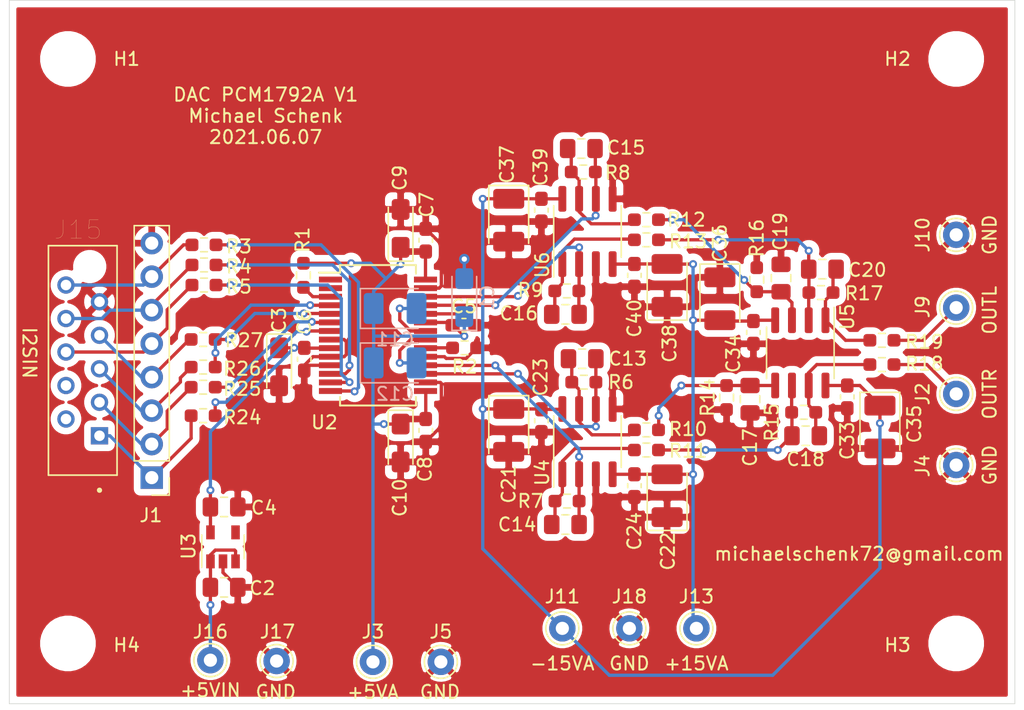
<source format=kicad_pcb>
(kicad_pcb (version 20171130) (host pcbnew 5.1.10-88a1d61d58~88~ubuntu16.04.1)
  (layers (0 F.Cu mixed) (31 B.Cu mixed) (34 B.Paste user) (35 F.Paste user) (36 B.SilkS user) (37 F.SilkS user) (38 B.Mask user) (39 F.Mask user) (44 Edge.Cuts user))
  (net 0 "")
  (net 1 GND)
  (net 2 +3V3)
  (net 3 "Net-(C2-Pad1)")
  (net 4 MCLK)
  (net 5 BCK)
  (net 6 LRCK)
  (net 7 DATAIN)
  (net 8 +5VA)
  (net 9 -15V)
  (net 10 +15V)
  (net 11 "Net-(C20-Pad1)")
  (net 12 "Net-(C11-Pad2)")
  (net 13 "Net-(C12-Pad2)")
  (net 14 "Net-(C13-Pad2)")
  (net 15 "Net-(C13-Pad1)")
  (net 16 "Net-(C14-Pad2)")
  (net 17 "Net-(C14-Pad1)")
  (net 18 "Net-(C15-Pad2)")
  (net 19 "Net-(C15-Pad1)")
  (net 20 "Net-(C16-Pad2)")
  (net 21 "Net-(C16-Pad1)")
  (net 22 "Net-(J1-Pad7)")
  (net 23 "Net-(J1-Pad6)")
  (net 24 "Net-(J1-Pad5)")
  (net 25 "Net-(J2-Pad1)")
  (net 26 "Net-(J9-Pad1)")
  (net 27 "Net-(R1-Pad2)")
  (net 28 "Net-(R2-Pad2)")
  (net 29 RESET)
  (net 30 SCL)
  (net 31 SDA)
  (net 32 "Net-(C17-Pad2)")
  (net 33 "Net-(C18-Pad1)")
  (net 34 "Net-(C19-Pad2)")
  (net 35 "Net-(C18-Pad2)")
  (net 36 "Net-(C20-Pad2)")
  (net 37 "Net-(J1-Pad4)")
  (net 38 "Net-(J1-Pad3)")
  (net 39 "Net-(J1-Pad2)")
  (net 40 "Net-(J1-Pad1)")
  (module Resistor_SMD:R_0603_1608Metric_Pad0.98x0.95mm_HandSolder (layer F.Cu) (at 174.712 87.376 180)
    (fp_text reference R19 (at -3.215 -0.127) (layer F.SilkS))
    (fp_text value 100R/0.1%)
    (pad 2 smd roundrect (at 0.9125 0 180) (size 0.975 0.95) (layers F.Cu F.Paste F.Mask) (net 36 "Net-(C20-Pad2)"))
    (pad 1 smd roundrect (at -0.9125 0 180) (size 0.975 0.95) (layers F.Cu F.Paste F.Mask) (net 26 "Net-(J9-Pad1)"))
  )
  (module Resistor_SMD:R_0603_1608Metric_Pad0.98x0.95mm_HandSolder (layer F.Cu) (at 174.712 89.2175 180)
    (fp_text reference R18 (at -3.215 0.0635) (layer F.SilkS))
    (fp_text value 100R/0.1%)
    (pad 2 smd roundrect (at 0.9125 0 180) (size 0.975 0.95) (layers F.Cu F.Paste F.Mask) (net 35 "Net-(C18-Pad2)"))
    (pad 1 smd roundrect (at -0.9125 0 180) (size 0.975 0.95) (layers F.Cu F.Paste F.Mask) (net 25 "Net-(J2-Pad1)"))
  )
  (module Resistor_SMD:R_0603_1608Metric_Pad0.98x0.95mm_HandSolder (layer F.Cu) (at 170.093 83.7565)
    (fp_text reference R17 (at 3.262 0.0635) (layer F.SilkS))
    (fp_text value 270R/0.1%)
    (pad 2 smd roundrect (at 0.9125 0) (size 0.975 0.95) (layers F.Cu F.Paste F.Mask) (net 36 "Net-(C20-Pad2)"))
    (pad 1 smd roundrect (at -0.9125 0) (size 0.975 0.95) (layers F.Cu F.Paste F.Mask) (net 11 "Net-(C20-Pad1)"))
  )
  (module Resistor_SMD:R_0603_1608Metric_Pad0.98x0.95mm_HandSolder (layer F.Cu) (at 165.227 82.7805 270)
    (fp_text reference R16 (at -3.1515 0 90) (layer F.SilkS))
    (fp_text value 270R/0.1%)
    (pad 2 smd roundrect (at 0.9125 0 270) (size 0.975 0.95) (layers F.Cu F.Paste F.Mask) (net 34 "Net-(C19-Pad2)"))
    (pad 1 smd roundrect (at -0.9125 0 270) (size 0.975 0.95) (layers F.Cu F.Paste F.Mask) (net 1 GND))
  )
  (module Resistor_SMD:R_0603_1608Metric_Pad0.98x0.95mm_HandSolder (layer F.Cu) (at 168.783 92.837)
    (fp_text reference R15 (at -2.413 0.762 90) (layer F.SilkS))
    (fp_text value 270R/0.1%)
    (pad 2 smd roundrect (at 0.9125 0) (size 0.975 0.95) (layers F.Cu F.Paste F.Mask) (net 35 "Net-(C18-Pad2)"))
    (pad 1 smd roundrect (at -0.9125 0) (size 0.975 0.95) (layers F.Cu F.Paste F.Mask) (net 33 "Net-(C18-Pad1)"))
  )
  (module Resistor_SMD:R_0603_1608Metric_Pad0.98x0.95mm_HandSolder (layer F.Cu) (at 162.941 91.7175 90)
    (fp_text reference R14 (at 0 -1.43 90) (layer F.SilkS))
    (fp_text value 270R/0.1%)
    (pad 2 smd roundrect (at 0.9125 0 90) (size 0.975 0.95) (layers F.Cu F.Paste F.Mask) (net 32 "Net-(C17-Pad2)"))
    (pad 1 smd roundrect (at -0.9125 0 90) (size 0.975 0.95) (layers F.Cu F.Paste F.Mask) (net 1 GND))
  )
  (module Resistor_SMD:R_0603_1608Metric_Pad0.98x0.95mm_HandSolder (layer F.Cu) (at 156.8685 79.756 180)
    (fp_text reference R13 (at -3.1515 -0.127) (layer F.SilkS))
    (fp_text value 560R/0.1%)
    (pad 2 smd roundrect (at 0.9125 0 180) (size 0.975 0.95) (layers F.Cu F.Paste F.Mask) (net 21 "Net-(C16-Pad1)"))
    (pad 1 smd roundrect (at -0.9125 0 180) (size 0.975 0.95) (layers F.Cu F.Paste F.Mask) (net 11 "Net-(C20-Pad1)"))
  )
  (module Resistor_SMD:R_0603_1608Metric_Pad0.98x0.95mm_HandSolder (layer F.Cu) (at 156.8685 78.232 180)
    (fp_text reference R12 (at -3.0245 0) (layer F.SilkS))
    (fp_text value 560R/0.1%)
    (pad 2 smd roundrect (at 0.9125 0 180) (size 0.975 0.95) (layers F.Cu F.Paste F.Mask) (net 19 "Net-(C15-Pad1)"))
    (pad 1 smd roundrect (at -0.9125 0 180) (size 0.975 0.95) (layers F.Cu F.Paste F.Mask) (net 34 "Net-(C19-Pad2)"))
  )
  (module Resistor_SMD:R_0603_1608Metric_Pad0.98x0.95mm_HandSolder (layer F.Cu) (at 156.8685 95.6945 180)
    (fp_text reference R11 (at -3.1515 -0.0635) (layer F.SilkS))
    (fp_text value 560R/0.1%)
    (pad 2 smd roundrect (at 0.9125 0 180) (size 0.975 0.95) (layers F.Cu F.Paste F.Mask) (net 17 "Net-(C14-Pad1)"))
    (pad 1 smd roundrect (at -0.9125 0 180) (size 0.975 0.95) (layers F.Cu F.Paste F.Mask) (net 33 "Net-(C18-Pad1)"))
  )
  (module Resistor_SMD:R_0603_1608Metric_Pad0.98x0.95mm_HandSolder (layer F.Cu) (at 156.8685 94.1705 180)
    (fp_text reference R10 (at -3.1515 0.0635) (layer F.SilkS))
    (fp_text value 560R/0.1%)
    (pad 2 smd roundrect (at 0.9125 0 180) (size 0.975 0.95) (layers F.Cu F.Paste F.Mask) (net 15 "Net-(C13-Pad1)"))
    (pad 1 smd roundrect (at -0.9125 0 180) (size 0.975 0.95) (layers F.Cu F.Paste F.Mask) (net 32 "Net-(C17-Pad2)"))
  )
  (module Resistor_SMD:R_0603_1608Metric_Pad0.98x0.95mm_HandSolder (layer F.Cu) (at 150.836 83.6295)
    (fp_text reference R9 (at -2.754 -0.0635) (layer F.SilkS))
    (fp_text value 750R/0.1%)
    (pad 2 smd roundrect (at 0.9125 0) (size 0.975 0.95) (layers F.Cu F.Paste F.Mask) (net 20 "Net-(C16-Pad2)"))
    (pad 1 smd roundrect (at -0.9125 0) (size 0.975 0.95) (layers F.Cu F.Paste F.Mask) (net 21 "Net-(C16-Pad1)"))
  )
  (module Resistor_SMD:R_0603_1608Metric_Pad0.98x0.95mm_HandSolder (layer F.Cu) (at 152.0825 74.6125)
    (fp_text reference R8 (at 2.6035 0.0635) (layer F.SilkS))
    (fp_text value 750R/0.1%)
    (pad 2 smd roundrect (at 0.9125 0) (size 0.975 0.95) (layers F.Cu F.Paste F.Mask) (net 18 "Net-(C15-Pad2)"))
    (pad 1 smd roundrect (at -0.9125 0) (size 0.975 0.95) (layers F.Cu F.Paste F.Mask) (net 19 "Net-(C15-Pad1)"))
  )
  (module Resistor_SMD:R_0603_1608Metric_Pad0.98x0.95mm_HandSolder (layer F.Cu) (at 150.8525 99.568)
    (fp_text reference R7 (at -2.7705 0) (layer F.SilkS))
    (fp_text value 750R/0.1%)
    (pad 2 smd roundrect (at 0.9125 0) (size 0.975 0.95) (layers F.Cu F.Paste F.Mask) (net 16 "Net-(C14-Pad2)"))
    (pad 1 smd roundrect (at -0.9125 0) (size 0.975 0.95) (layers F.Cu F.Paste F.Mask) (net 17 "Net-(C14-Pad1)"))
  )
  (module Resistor_SMD:R_0603_1608Metric_Pad0.98x0.95mm_HandSolder (layer F.Cu) (at 152.1225 90.551)
    (fp_text reference R6 (at 2.8175 0) (layer F.SilkS))
    (fp_text value 750R/0.1%)
    (pad 2 smd roundrect (at 0.9125 0) (size 0.975 0.95) (layers F.Cu F.Paste F.Mask) (net 14 "Net-(C13-Pad2)"))
    (pad 1 smd roundrect (at -0.9125 0) (size 0.975 0.95) (layers F.Cu F.Paste F.Mask) (net 15 "Net-(C13-Pad1)"))
  )
  (module Capacitor_SMD:C_0805_2012Metric_Pad1.18x1.45mm_HandSolder (layer F.Cu) (at 170.2015 81.9785)
    (fp_text reference C20 (at 3.4075 0.0635) (layer F.SilkS))
    (fp_text value 2700pF/2%)
    (pad 2 smd roundrect (at 1.0375 0) (size 1.175 1.45) (layers F.Cu F.Paste F.Mask) (roundrect_rratio 0.212766) (net 36 "Net-(C20-Pad2)"))
    (pad 1 smd roundrect (at -1.0375 0) (size 1.175 1.45) (layers F.Cu F.Paste F.Mask) (roundrect_rratio 0.212766) (net 11 "Net-(C20-Pad1)"))
  )
  (module Capacitor_SMD:C_0805_2012Metric_Pad1.18x1.45mm_HandSolder (layer F.Cu) (at 167.0685 82.6555 270)
    (fp_text reference C19 (at -3.5345 0.0635 90) (layer F.SilkS))
    (fp_text value 2700pF/2%)
    (pad 2 smd roundrect (at 1.0375 0 270) (size 1.175 1.45) (layers F.Cu F.Paste F.Mask) (roundrect_rratio 0.212766) (net 34 "Net-(C19-Pad2)"))
    (pad 1 smd roundrect (at -1.0375 0 270) (size 1.175 1.45) (layers F.Cu F.Paste F.Mask) (roundrect_rratio 0.212766) (net 1 GND))
  )
  (module Capacitor_SMD:C_0805_2012Metric_Pad1.18x1.45mm_HandSolder (layer F.Cu) (at 168.9315 94.615)
    (fp_text reference C18 (at 0 1.778) (layer F.SilkS))
    (fp_text value 2700pF/2%)
    (pad 2 smd roundrect (at 1.0375 0) (size 1.175 1.45) (layers F.Cu F.Paste F.Mask) (roundrect_rratio 0.212766) (net 35 "Net-(C18-Pad2)"))
    (pad 1 smd roundrect (at -1.0375 0) (size 1.175 1.45) (layers F.Cu F.Paste F.Mask) (roundrect_rratio 0.212766) (net 33 "Net-(C18-Pad1)"))
  )
  (module Capacitor_SMD:C_0805_2012Metric_Pad1.18x1.45mm_HandSolder (layer F.Cu) (at 164.719 91.8425 90)
    (fp_text reference C17 (at -3.6615 0 90) (layer F.SilkS))
    (fp_text value 2700pF/2%)
    (pad 2 smd roundrect (at 1.0375 0 90) (size 1.175 1.45) (layers F.Cu F.Paste F.Mask) (roundrect_rratio 0.212766) (net 32 "Net-(C17-Pad2)"))
    (pad 1 smd roundrect (at -1.0375 0 90) (size 1.175 1.45) (layers F.Cu F.Paste F.Mask) (roundrect_rratio 0.212766) (net 1 GND))
  )
  (module Connector_Pin:Pin_D1.0mm_L10.0mm (layer F.Cu) (at 141.2875 111.76)
    (fp_text reference J5 (at 0 -2.286) (layer F.SilkS))
    (fp_text value +5VAGND)
    (pad 1 thru_hole circle (at 0 0) (size 2 2) (drill 1) (layers *.Cu *.Mask) (net 1 GND))
  )
  (module Package_SO:SOIC-8_3.9x4.9mm_P1.27mm (layer F.Cu) (at 168.529 88.3285 270)
    (fp_text reference U5 (at -2.7305 -3.556 90) (layer F.SilkS))
    (fp_text value OPA1612)
    (pad 8 smd roundrect (at 2.475 -1.905 270) (size 1.95 0.6) (layers F.Cu F.Paste F.Mask) (net 10 +15V))
    (pad 7 smd roundrect (at 2.475 -0.635 270) (size 1.95 0.6) (layers F.Cu F.Paste F.Mask) (net 35 "Net-(C18-Pad2)"))
    (pad 6 smd roundrect (at 2.475 0.635 270) (size 1.95 0.6) (layers F.Cu F.Paste F.Mask) (net 33 "Net-(C18-Pad1)"))
    (pad 5 smd roundrect (at 2.475 1.905 270) (size 1.95 0.6) (layers F.Cu F.Paste F.Mask) (net 32 "Net-(C17-Pad2)"))
    (pad 4 smd roundrect (at -2.475 1.905 270) (size 1.95 0.6) (layers F.Cu F.Paste F.Mask) (net 9 -15V))
    (pad 3 smd roundrect (at -2.475 0.635 270) (size 1.95 0.6) (layers F.Cu F.Paste F.Mask) (net 34 "Net-(C19-Pad2)"))
    (pad 2 smd roundrect (at -2.475 -0.635 270) (size 1.95 0.6) (layers F.Cu F.Paste F.Mask) (net 11 "Net-(C20-Pad1)"))
    (pad 1 smd roundrect (at -2.475 -1.905 270) (size 1.95 0.6) (layers F.Cu F.Paste F.Mask) (net 36 "Net-(C20-Pad2)"))
  )
  (module Package_SO:SOIC-8_3.9x4.9mm_P1.27mm (layer F.Cu) (at 152.4 95.0595 90)
    (fp_text reference U4 (at -2.3495 -3.429 90) (layer F.SilkS))
    (fp_text value OPA1612)
    (pad 8 smd roundrect (at 2.475 -1.905 90) (size 1.95 0.6) (layers F.Cu F.Paste F.Mask) (net 10 +15V))
    (pad 7 smd roundrect (at 2.475 -0.635 90) (size 1.95 0.6) (layers F.Cu F.Paste F.Mask) (net 15 "Net-(C13-Pad1)"))
    (pad 6 smd roundrect (at 2.475 0.635 90) (size 1.95 0.6) (layers F.Cu F.Paste F.Mask) (net 14 "Net-(C13-Pad2)"))
    (pad 5 smd roundrect (at 2.475 1.905 90) (size 1.95 0.6) (layers F.Cu F.Paste F.Mask) (net 1 GND))
    (pad 4 smd roundrect (at -2.475 1.905 90) (size 1.95 0.6) (layers F.Cu F.Paste F.Mask) (net 9 -15V))
    (pad 3 smd roundrect (at -2.475 0.635 90) (size 1.95 0.6) (layers F.Cu F.Paste F.Mask) (net 1 GND))
    (pad 2 smd roundrect (at -2.475 -0.635 90) (size 1.95 0.6) (layers F.Cu F.Paste F.Mask) (net 16 "Net-(C14-Pad2)"))
    (pad 1 smd roundrect (at -2.475 -1.905 90) (size 1.95 0.6) (layers F.Cu F.Paste F.Mask) (net 17 "Net-(C14-Pad1)"))
  )
  (module Package_SO:SSOP-28_5.3x10.2mm_P0.65mm (layer F.Cu) (at 136.525 86.995)
    (fp_text reference U2 (at -4.064 6.604) (layer F.SilkS))
    (fp_text value PCM1792A)
    (pad 28 smd rect (at 3.6 -4.225) (size 1.75 0.45) (layers F.Cu F.Paste F.Mask) (net 8 +5VA))
    (pad 27 smd rect (at 3.6 -3.575) (size 1.75 0.45) (layers F.Cu F.Paste F.Mask) (net 1 GND))
    (pad 26 smd rect (at 3.6 -2.925) (size 1.75 0.45) (layers F.Cu F.Paste F.Mask) (net 20 "Net-(C16-Pad2)"))
    (pad 25 smd rect (at 3.6 -2.275) (size 1.75 0.45) (layers F.Cu F.Paste F.Mask) (net 18 "Net-(C15-Pad2)"))
    (pad 24 smd rect (at 3.6 -1.625) (size 1.75 0.45) (layers F.Cu F.Paste F.Mask) (net 1 GND))
    (pad 23 smd rect (at 3.6 -0.975) (size 1.75 0.45) (layers F.Cu F.Paste F.Mask) (net 8 +5VA))
    (pad 22 smd rect (at 3.6 -0.325) (size 1.75 0.45) (layers F.Cu F.Paste F.Mask) (net 12 "Net-(C11-Pad2)"))
    (pad 21 smd rect (at 3.6 0.325) (size 1.75 0.45) (layers F.Cu F.Paste F.Mask) (net 13 "Net-(C12-Pad2)"))
    (pad 20 smd rect (at 3.6 0.975) (size 1.75 0.45) (layers F.Cu F.Paste F.Mask) (net 28 "Net-(R2-Pad2)"))
    (pad 19 smd rect (at 3.6 1.625) (size 1.75 0.45) (layers F.Cu F.Paste F.Mask) (net 1 GND))
    (pad 18 smd rect (at 3.6 2.275) (size 1.75 0.45) (layers F.Cu F.Paste F.Mask) (net 16 "Net-(C14-Pad2)"))
    (pad 17 smd rect (at 3.6 2.925) (size 1.75 0.45) (layers F.Cu F.Paste F.Mask) (net 14 "Net-(C13-Pad2)"))
    (pad 16 smd rect (at 3.6 3.575) (size 1.75 0.45) (layers F.Cu F.Paste F.Mask) (net 1 GND))
    (pad 15 smd rect (at 3.6 4.225) (size 1.75 0.45) (layers F.Cu F.Paste F.Mask) (net 8 +5VA))
    (pad 14 smd rect (at -3.6 4.225) (size 1.75 0.45) (layers F.Cu F.Paste F.Mask) (net 29 RESET))
    (pad 13 smd rect (at -3.6 3.575) (size 1.75 0.45) (layers F.Cu F.Paste F.Mask) (net 31 SDA))
    (pad 12 smd rect (at -3.6 2.925) (size 1.75 0.45) (layers F.Cu F.Paste F.Mask) (net 30 SCL))
    (pad 11 smd rect (at -3.6 2.275) (size 1.75 0.45) (layers F.Cu F.Paste F.Mask) (net 1 GND))
    (pad 10 smd rect (at -3.6 1.625) (size 1.75 0.45) (layers F.Cu F.Paste F.Mask) (net 1 GND))
    (pad 9 smd rect (at -3.6 0.975) (size 1.75 0.45) (layers F.Cu F.Paste F.Mask) (net 2 +3V3))
    (pad 8 smd rect (at -3.6 0.325) (size 1.75 0.45) (layers F.Cu F.Paste F.Mask) (net 1 GND))
    (pad 7 smd rect (at -3.6 -0.325) (size 1.75 0.45) (layers F.Cu F.Paste F.Mask) (net 4 MCLK))
    (pad 6 smd rect (at -3.6 -0.975) (size 1.75 0.45) (layers F.Cu F.Paste F.Mask) (net 5 BCK))
    (pad 5 smd rect (at -3.6 -1.625) (size 1.75 0.45) (layers F.Cu F.Paste F.Mask) (net 7 DATAIN))
    (pad 4 smd rect (at -3.6 -2.275) (size 1.75 0.45) (layers F.Cu F.Paste F.Mask) (net 6 LRCK))
    (pad 3 smd rect (at -3.6 -2.925) (size 1.75 0.45) (layers F.Cu F.Paste F.Mask) (net 27 "Net-(R1-Pad2)"))
    (pad 2 smd rect (at -3.6 -3.575) (size 1.75 0.45) (layers F.Cu F.Paste F.Mask))
    (pad 1 smd rect (at -3.6 -4.225) (size 1.75 0.45) (layers F.Cu F.Paste F.Mask))
  )
  (module Resistor_SMD:R_0603_1608Metric_Pad0.98x0.95mm_HandSolder (layer F.Cu) (at 123.3405 83.185 180)
    (fp_text reference R5 (at -2.6435 -0.127) (layer F.SilkS))
    (fp_text value 33R)
    (pad 2 smd roundrect (at 0.9125 0 180) (size 0.975 0.95) (layers F.Cu F.Paste F.Mask) (net 24 "Net-(J1-Pad5)"))
    (pad 1 smd roundrect (at -0.9125 0 180) (size 0.975 0.95) (layers F.Cu F.Paste F.Mask) (net 31 SDA))
  )
  (module Resistor_SMD:R_0603_1608Metric_Pad0.98x0.95mm_HandSolder (layer F.Cu) (at 123.3405 81.661 180)
    (fp_text reference R4 (at -2.6435 -0.127) (layer F.SilkS))
    (fp_text value 33R)
    (pad 2 smd roundrect (at 0.9125 0 180) (size 0.975 0.95) (layers F.Cu F.Paste F.Mask) (net 23 "Net-(J1-Pad6)"))
    (pad 1 smd roundrect (at -0.9125 0 180) (size 0.975 0.95) (layers F.Cu F.Paste F.Mask) (net 30 SCL))
  )
  (module Resistor_SMD:R_0603_1608Metric_Pad0.98x0.95mm_HandSolder (layer F.Cu) (at 123.3405 80.137 180)
    (fp_text reference R3 (at -2.6435 -0.127) (layer F.SilkS))
    (fp_text value 33R)
    (pad 2 smd roundrect (at 0.9125 0 180) (size 0.975 0.95) (layers F.Cu F.Paste F.Mask) (net 22 "Net-(J1-Pad7)"))
    (pad 1 smd roundrect (at -0.9125 0 180) (size 0.975 0.95) (layers F.Cu F.Paste F.Mask) (net 29 RESET))
  )
  (module Resistor_SMD:R_0603_1608Metric_Pad0.98x0.95mm_HandSolder (layer F.Cu) (at 143.089 87.9475 180)
    (fp_text reference R2 (at 0 -1.43) (layer F.SilkS))
    (fp_text value 10k)
    (pad 2 smd roundrect (at 0.9125 0 180) (size 0.975 0.95) (layers F.Cu F.Paste F.Mask) (net 28 "Net-(R2-Pad2)"))
    (pad 1 smd roundrect (at -0.9125 0 180) (size 0.975 0.95) (layers F.Cu F.Paste F.Mask) (net 1 GND))
  )
  (module Resistor_SMD:R_0603_1608Metric_Pad0.98x0.95mm_HandSolder (layer F.Cu) (at 130.8735 82.4465 270)
    (fp_text reference R1 (at -2.6905 0.0635 90) (layer F.SilkS))
    (fp_text value 4k7)
    (pad 2 smd roundrect (at 0.9125 0 270) (size 0.975 0.95) (layers F.Cu F.Paste F.Mask) (net 27 "Net-(R1-Pad2)"))
    (pad 1 smd roundrect (at -0.9125 0 270) (size 0.975 0.95) (layers F.Cu F.Paste F.Mask) (net 8 +5VA))
  )
  (module Connector_Pin:Pin_D1.0mm_L10.0mm (layer F.Cu) (at 180.34 96.8375)
    (fp_text reference J4 (at -2.54 0.0635 90) (layer F.SilkS))
    (fp_text value GNDR)
    (pad 1 thru_hole circle (at 0 0) (size 2 2) (drill 1) (layers *.Cu *.Mask) (net 1 GND))
  )
  (module Connector_Pin:Pin_D1.0mm_L10.0mm (layer F.Cu) (at 180.34 91.44)
    (fp_text reference J2 (at -2.54 0 90) (layer F.SilkS))
    (fp_text value OUTR)
    (pad 1 thru_hole circle (at 0 0) (size 2 2) (drill 1) (layers *.Cu *.Mask) (net 25 "Net-(J2-Pad1)"))
  )
  (module Connector_PinHeader_2.54mm:PinHeader_1x08_P2.54mm_Vertical (layer F.Cu) (at 119.38 97.79 180)
    (fp_text reference J1 (at 0.0635 -2.8575) (layer F.SilkS))
    (fp_text value DEBUG)
    (pad 8 thru_hole oval (at 0 17.78 180) (size 1.7 1.7) (drill 1) (layers *.Cu *.Mask) (net 1 GND))
    (pad 7 thru_hole oval (at 0 15.24 180) (size 1.7 1.7) (drill 1) (layers *.Cu *.Mask) (net 22 "Net-(J1-Pad7)"))
    (pad 6 thru_hole oval (at 0 12.7 180) (size 1.7 1.7) (drill 1) (layers *.Cu *.Mask) (net 23 "Net-(J1-Pad6)"))
    (pad 5 thru_hole oval (at 0 10.16 180) (size 1.7 1.7) (drill 1) (layers *.Cu *.Mask) (net 24 "Net-(J1-Pad5)"))
    (pad 4 thru_hole oval (at 0 7.62 180) (size 1.7 1.7) (drill 1) (layers *.Cu *.Mask) (net 37 "Net-(J1-Pad4)"))
    (pad 3 thru_hole oval (at 0 5.08 180) (size 1.7 1.7) (drill 1) (layers *.Cu *.Mask) (net 38 "Net-(J1-Pad3)"))
    (pad 2 thru_hole oval (at 0 2.54 180) (size 1.7 1.7) (drill 1) (layers *.Cu *.Mask) (net 39 "Net-(J1-Pad2)"))
    (pad 1 thru_hole rect (at 0 0 180) (size 1.7 1.7) (drill 1) (layers *.Cu *.Mask) (net 40 "Net-(J1-Pad1)"))
  )
  (module Capacitor_SMD:C_0603_1608Metric_Pad1.08x0.95mm_HandSolder (layer F.Cu) (at 155.956 98.3985 90)
    (fp_text reference C24 (at -3.4555 0 90) (layer F.SilkS))
    (fp_text value 100nF)
    (pad 2 smd roundrect (at 0.8625 0 90) (size 1.075 0.95) (layers F.Cu F.Paste F.Mask) (net 9 -15V))
    (pad 1 smd roundrect (at -0.8625 0 90) (size 1.075 0.95) (layers F.Cu F.Paste F.Mask) (net 1 GND))
  )
  (module Capacitor_SMD:C_0603_1608Metric_Pad1.08x0.95mm_HandSolder (layer F.Cu) (at 148.9075 93.472 270)
    (fp_text reference C23 (at -3.302 0.0635 270) (layer F.SilkS))
    (fp_text value 100nF)
    (pad 2 smd roundrect (at 0.8625 0 270) (size 1.075 0.95) (layers F.Cu F.Paste F.Mask) (net 1 GND))
    (pad 1 smd roundrect (at -0.8625 0 270) (size 1.075 0.95) (layers F.Cu F.Paste F.Mask) (net 10 +15V))
  )
  (module Capacitor_Tantalum_SMD:CP_EIA-3528-21_Kemet-B_Pad1.50x2.35mm_HandSolder (layer F.Cu) (at 158.4325 99.161 90)
    (fp_text reference C22 (at -4.217 0.0635 90) (layer F.SilkS))
    (fp_text value 10uF/25V)
    (pad 2 smd roundrect (at 1.625 0 90) (size 1.5 2.35) (layers F.Cu F.Paste F.Mask) (roundrect_rratio 0.166667) (net 9 -15V))
    (pad 1 smd roundrect (at -1.625 0 90) (size 1.5 2.35) (layers F.Cu F.Paste F.Mask) (roundrect_rratio 0.166667) (net 1 GND))
  )
  (module Capacitor_Tantalum_SMD:CP_EIA-3528-21_Kemet-B_Pad1.50x2.35mm_HandSolder (layer F.Cu) (at 146.431 94.208 270)
    (fp_text reference C21 (at 4.09 0 270) (layer F.SilkS))
    (fp_text value 10uF/25V)
    (pad 2 smd roundrect (at 1.625 0 270) (size 1.5 2.35) (layers F.Cu F.Paste F.Mask) (roundrect_rratio 0.166667) (net 1 GND))
    (pad 1 smd roundrect (at -1.625 0 270) (size 1.5 2.35) (layers F.Cu F.Paste F.Mask) (roundrect_rratio 0.166667) (net 10 +15V))
  )
  (module Capacitor_SMD:C_0805_2012Metric_Pad1.18x1.45mm_HandSolder (layer F.Cu) (at 150.7275 85.4075)
    (fp_text reference C16 (at -3.5345 -0.0635) (layer F.SilkS))
    (fp_text value 2200pF/2%)
    (pad 2 smd roundrect (at 1.0375 0) (size 1.175 1.45) (layers F.Cu F.Paste F.Mask) (roundrect_rratio 0.212766) (net 20 "Net-(C16-Pad2)"))
    (pad 1 smd roundrect (at -1.0375 0) (size 1.175 1.45) (layers F.Cu F.Paste F.Mask) (roundrect_rratio 0.212766) (net 21 "Net-(C16-Pad1)"))
  )
  (module Capacitor_SMD:C_0805_2012Metric_Pad1.18x1.45mm_HandSolder (layer F.Cu) (at 151.934 72.8345)
    (fp_text reference C15 (at 3.387 -0.0635) (layer F.SilkS))
    (fp_text value 2200pF/2%)
    (pad 2 smd roundrect (at 1.0375 0) (size 1.175 1.45) (layers F.Cu F.Paste F.Mask) (roundrect_rratio 0.212766) (net 18 "Net-(C15-Pad2)"))
    (pad 1 smd roundrect (at -1.0375 0) (size 1.175 1.45) (layers F.Cu F.Paste F.Mask) (roundrect_rratio 0.212766) (net 19 "Net-(C15-Pad1)"))
  )
  (module Capacitor_SMD:C_0805_2012Metric_Pad1.18x1.45mm_HandSolder (layer F.Cu) (at 150.7275 101.346)
    (fp_text reference C14 (at -3.6615 0) (layer F.SilkS))
    (fp_text value 2200pF/2%)
    (pad 2 smd roundrect (at 1.0375 0) (size 1.175 1.45) (layers F.Cu F.Paste F.Mask) (roundrect_rratio 0.212766) (net 16 "Net-(C14-Pad2)"))
    (pad 1 smd roundrect (at -1.0375 0) (size 1.175 1.45) (layers F.Cu F.Paste F.Mask) (roundrect_rratio 0.212766) (net 17 "Net-(C14-Pad1)"))
  )
  (module Capacitor_SMD:C_0805_2012Metric_Pad1.18x1.45mm_HandSolder (layer F.Cu) (at 151.9975 88.773)
    (fp_text reference C13 (at 3.4505 0) (layer F.SilkS))
    (fp_text value 2200pF/2%)
    (pad 2 smd roundrect (at 1.0375 0) (size 1.175 1.45) (layers F.Cu F.Paste F.Mask) (roundrect_rratio 0.212766) (net 14 "Net-(C13-Pad2)"))
    (pad 1 smd roundrect (at -1.0375 0) (size 1.175 1.45) (layers F.Cu F.Paste F.Mask) (roundrect_rratio 0.212766) (net 15 "Net-(C13-Pad1)"))
  )
  (module Capacitor_Tantalum_SMD:CP_EIA-3528-12_Kemet-T_Pad1.50x2.35mm_HandSolder (layer B.Cu) (at 137.821 89.0905)
    (fp_text reference C12 (at 0 2.35) (layer B.SilkS) (effects (justify mirror)))
    (fp_text value 47uF/10V)
    (pad 2 smd roundrect (at 1.625 0) (size 1.5 2.35) (layers B.Cu B.Paste B.Mask) (roundrect_rratio 0.166667) (net 13 "Net-(C12-Pad2)"))
    (pad 1 smd roundrect (at -1.625 0) (size 1.5 2.35) (layers B.Cu B.Paste B.Mask) (roundrect_rratio 0.166667) (net 8 +5VA))
  )
  (module Capacitor_Tantalum_SMD:CP_EIA-3528-12_Kemet-T_Pad1.50x2.35mm_HandSolder (layer B.Cu) (at 137.821 84.963)
    (fp_text reference C11 (at 0 2.35 180) (layer B.SilkS) (effects (justify mirror)))
    (fp_text value 47uF/10V)
    (pad 2 smd roundrect (at 1.625 0) (size 1.5 2.35) (layers B.Cu B.Paste B.Mask) (roundrect_rratio 0.166667) (net 12 "Net-(C11-Pad2)"))
    (pad 1 smd roundrect (at -1.625 0) (size 1.5 2.35) (layers B.Cu B.Paste B.Mask) (roundrect_rratio 0.166667) (net 8 +5VA))
  )
  (module Capacitor_Tantalum_SMD:CP_EIA-3216-18_Kemet-A_Pad1.58x1.35mm_HandSolder (layer F.Cu) (at 138.2395 95.1635 270)
    (fp_text reference C10 (at 4.1505 0.0635 270) (layer F.SilkS))
    (fp_text value 10uF/10V)
    (pad 2 smd roundrect (at 1.4375 0 270) (size 1.575 1.35) (layers F.Cu F.Paste F.Mask) (roundrect_rratio 0.185185) (net 1 GND))
    (pad 1 smd roundrect (at -1.4375 0 270) (size 1.575 1.35) (layers F.Cu F.Paste F.Mask) (roundrect_rratio 0.185185) (net 8 +5VA))
  )
  (module Capacitor_Tantalum_SMD:CP_EIA-3216-18_Kemet-A_Pad1.58x1.35mm_HandSolder (layer F.Cu) (at 138.2395 78.89 90)
    (fp_text reference C9 (at 3.833 -0.0635 90) (layer F.SilkS))
    (fp_text value 10uF/10V)
    (pad 2 smd roundrect (at 1.4375 0 90) (size 1.575 1.35) (layers F.Cu F.Paste F.Mask) (roundrect_rratio 0.185185) (net 1 GND))
    (pad 1 smd roundrect (at -1.4375 0 90) (size 1.575 1.35) (layers F.Cu F.Paste F.Mask) (roundrect_rratio 0.185185) (net 8 +5VA))
  )
  (module Capacitor_SMD:C_0603_1608Metric_Pad1.08x0.95mm_HandSolder (layer F.Cu) (at 140.1445 94.2075 270)
    (fp_text reference C8 (at 2.9475 0.0635 270) (layer F.SilkS))
    (fp_text value 100nF)
    (pad 2 smd roundrect (at 0.8625 0 270) (size 1.075 0.95) (layers F.Cu F.Paste F.Mask) (net 1 GND))
    (pad 1 smd roundrect (at -0.8625 0 270) (size 1.075 0.95) (layers F.Cu F.Paste F.Mask) (net 8 +5VA))
  )
  (module Capacitor_SMD:C_0603_1608Metric_Pad1.08x0.95mm_HandSolder (layer F.Cu) (at 140.1445 79.7825 90)
    (fp_text reference C7 (at 2.6935 0.0635 90) (layer F.SilkS))
    (fp_text value 100nF)
    (pad 2 smd roundrect (at 0.8625 0 90) (size 1.075 0.95) (layers F.Cu F.Paste F.Mask) (net 1 GND))
    (pad 1 smd roundrect (at -0.8625 0 90) (size 1.075 0.95) (layers F.Cu F.Paste F.Mask) (net 8 +5VA))
  )
  (module Capacitor_SMD:C_0603_1608Metric_Pad1.08x0.95mm_HandSolder (layer F.Cu) (at 130.937 88.81 270)
    (fp_text reference C6 (at -2.831 0 270) (layer F.SilkS))
    (fp_text value 100nF)
    (pad 2 smd roundrect (at 0.8625 0 270) (size 1.075 0.95) (layers F.Cu F.Paste F.Mask) (net 1 GND))
    (pad 1 smd roundrect (at -0.8625 0 270) (size 1.075 0.95) (layers F.Cu F.Paste F.Mask) (net 2 +3V3))
  )
  (module Capacitor_SMD:C_0603_1608Metric_Pad1.08x0.95mm_HandSolder (layer F.Cu) (at 143.039 86.233)
    (fp_text reference C5 (at 0 -1.43) (layer F.SilkS))
    (fp_text value 100nF)
    (pad 2 smd roundrect (at 0.8625 0) (size 1.075 0.95) (layers F.Cu F.Paste F.Mask) (net 1 GND))
    (pad 1 smd roundrect (at -0.8625 0) (size 1.075 0.95) (layers F.Cu F.Paste F.Mask) (net 8 +5VA))
  )
  (module Capacitor_Tantalum_SMD:CP_EIA-3216-18_Kemet-A_Pad1.58x1.35mm_HandSolder (layer F.Cu) (at 129.032 89.385 270)
    (fp_text reference C3 (at -3.533 0 270) (layer F.SilkS))
    (fp_text value 10uF/10V)
    (pad 2 smd roundrect (at 1.4375 0 270) (size 1.575 1.35) (layers F.Cu F.Paste F.Mask) (roundrect_rratio 0.185185) (net 1 GND))
    (pad 1 smd roundrect (at -1.4375 0 270) (size 1.575 1.35) (layers F.Cu F.Paste F.Mask) (roundrect_rratio 0.185185) (net 2 +3V3))
  )
  (module Capacitor_Tantalum_SMD:CP_EIA-3216-18_Kemet-A_Pad1.58x1.35mm_HandSolder (layer B.Cu) (at 143.0655 84.1375 90)
    (fp_text reference C1 (at 0 1.75 90) (layer B.SilkS) (effects (justify mirror)))
    (fp_text value 10uF/10V)
    (pad 2 smd roundrect (at 1.4375 0 90) (size 1.575 1.35) (layers B.Cu B.Paste B.Mask) (roundrect_rratio 0.185185) (net 1 GND))
    (pad 1 smd roundrect (at -1.4375 0 90) (size 1.575 1.35) (layers B.Cu B.Paste B.Mask) (roundrect_rratio 0.185185) (net 8 +5VA))
  )
  (module kicad-snk:TE_CONN_RCPT_10POS_0.1_TIN_PCB (layer F.Cu) (at 115.421 94.615 90)
    (fp_text reference J15 (at 15.624 -1.629 180) (layer F.SilkS) (effects (font (size 1.40137 1.40137) (thickness 0.015))))
    (fp_text value A)
    (pad 1 thru_hole rect (at 0 0 90) (size 1.308 1.308) (drill 0.8) (layers *.Cu *.Mask) (net 40 "Net-(J1-Pad1)"))
    (pad 2 thru_hole circle (at 1.27 -2.54 90) (size 1.308 1.308) (drill 0.8) (layers *.Cu *.Mask))
    (pad 3 thru_hole circle (at 2.54 0 90) (size 1.308 1.308) (drill 0.8) (layers *.Cu *.Mask) (net 39 "Net-(J1-Pad2)"))
    (pad 4 thru_hole circle (at 3.81 -2.54 90) (size 1.308 1.308) (drill 0.8) (layers *.Cu *.Mask))
    (pad 5 thru_hole circle (at 5.08 0 90) (size 1.308 1.308) (drill 0.8) (layers *.Cu *.Mask) (net 38 "Net-(J1-Pad3)"))
    (pad 6 thru_hole circle (at 6.35 -2.54 90) (size 1.308 1.308) (drill 0.8) (layers *.Cu *.Mask) (net 24 "Net-(J1-Pad5)"))
    (pad 7 thru_hole circle (at 7.62 0 90) (size 1.308 1.308) (drill 0.8) (layers *.Cu *.Mask) (net 37 "Net-(J1-Pad4)"))
    (pad 8 thru_hole circle (at 8.89 -2.54 90) (size 1.308 1.308) (drill 0.8) (layers *.Cu *.Mask) (net 23 "Net-(J1-Pad6)"))
    (pad 9 thru_hole circle (at 10.16 0 90) (size 1.308 1.308) (drill 0.8) (layers *.Cu *.Mask) (net 1 GND))
    (pad 10 thru_hole circle (at 11.43 -2.54 90) (size 1.308 1.308) (drill 0.8) (layers *.Cu *.Mask) (net 22 "Net-(J1-Pad7)"))
    (pad None np_thru_hole circle (at 12.83 -0.74 90) (size 1.5 1.5) (drill 1.5) (layers *.Cu *.Mask))
  )
  (module Package_SO:SOIC-8_3.9x4.9mm_P1.27mm (layer F.Cu) (at 152.4 79.1225 90)
    (fp_text reference U6 (at -2.5385 -3.429 90) (layer F.SilkS))
    (fp_text value OPA1612)
    (pad 8 smd roundrect (at 2.475 -1.905 90) (size 1.95 0.6) (layers F.Cu F.Paste F.Mask) (net 10 +15V))
    (pad 7 smd roundrect (at 2.475 -0.635 90) (size 1.95 0.6) (layers F.Cu F.Paste F.Mask) (net 19 "Net-(C15-Pad1)"))
    (pad 6 smd roundrect (at 2.475 0.635 90) (size 1.95 0.6) (layers F.Cu F.Paste F.Mask) (net 18 "Net-(C15-Pad2)"))
    (pad 5 smd roundrect (at 2.475 1.905 90) (size 1.95 0.6) (layers F.Cu F.Paste F.Mask) (net 1 GND))
    (pad 4 smd roundrect (at -2.475 1.905 90) (size 1.95 0.6) (layers F.Cu F.Paste F.Mask) (net 9 -15V))
    (pad 3 smd roundrect (at -2.475 0.635 90) (size 1.95 0.6) (layers F.Cu F.Paste F.Mask) (net 1 GND))
    (pad 2 smd roundrect (at -2.475 -0.635 90) (size 1.95 0.6) (layers F.Cu F.Paste F.Mask) (net 20 "Net-(C16-Pad2)"))
    (pad 1 smd roundrect (at -2.475 -1.905 90) (size 1.95 0.6) (layers F.Cu F.Paste F.Mask) (net 21 "Net-(C16-Pad1)"))
  )
  (module Capacitor_SMD:C_0603_1608Metric_Pad1.08x0.95mm_HandSolder (layer F.Cu) (at 155.956 82.4495 90)
    (fp_text reference C40 (at -3.265 0 90) (layer F.SilkS))
    (fp_text value 100nF)
    (pad 2 smd roundrect (at 0.8625 0 90) (size 1.075 0.95) (layers F.Cu F.Paste F.Mask) (net 9 -15V))
    (pad 1 smd roundrect (at -0.8625 0 90) (size 1.075 0.95) (layers F.Cu F.Paste F.Mask) (net 1 GND))
  )
  (module Capacitor_SMD:C_0603_1608Metric_Pad1.08x0.95mm_HandSolder (layer F.Cu) (at 148.9075 77.507 270)
    (fp_text reference C39 (at -3.2755 0.0635 90) (layer F.SilkS))
    (fp_text value 100nF)
    (pad 2 smd roundrect (at 0.8625 0 270) (size 1.075 0.95) (layers F.Cu F.Paste F.Mask) (net 1 GND))
    (pad 1 smd roundrect (at -0.8625 0 270) (size 1.075 0.95) (layers F.Cu F.Paste F.Mask) (net 10 +15V))
  )
  (module Capacitor_Tantalum_SMD:CP_EIA-3528-21_Kemet-B_Pad1.50x2.35mm_HandSolder (layer F.Cu) (at 158.4325 83.211 90)
    (fp_text reference C38 (at -4.4075 0.1905 90) (layer F.SilkS))
    (fp_text value 10uF/25V)
    (pad 2 smd roundrect (at 1.625 0 90) (size 1.5 2.35) (layers F.Cu F.Paste F.Mask) (roundrect_rratio 0.166667) (net 9 -15V))
    (pad 1 smd roundrect (at -1.625 0 90) (size 1.5 2.35) (layers F.Cu F.Paste F.Mask) (roundrect_rratio 0.166667) (net 1 GND))
  )
  (module Capacitor_Tantalum_SMD:CP_EIA-3528-21_Kemet-B_Pad1.50x2.35mm_HandSolder (layer F.Cu) (at 146.431 78.2695 270)
    (fp_text reference C37 (at -4.2285 0.127 90) (layer F.SilkS))
    (fp_text value 10uF/25V)
    (pad 2 smd roundrect (at 1.625 0 270) (size 1.5 2.35) (layers F.Cu F.Paste F.Mask) (roundrect_rratio 0.166667) (net 1 GND))
    (pad 1 smd roundrect (at -1.625 0 270) (size 1.5 2.35) (layers F.Cu F.Paste F.Mask) (roundrect_rratio 0.166667) (net 10 +15V))
  )
  (module Capacitor_SMD:C_0603_1608Metric_Pad1.08x0.95mm_HandSolder (layer F.Cu) (at 164.973 86.778 90)
    (fp_text reference C34 (at -1.614 -1.524 90) (layer F.SilkS))
    (fp_text value 100nF)
    (pad 2 smd roundrect (at 0.8625 0 90) (size 1.075 0.95) (layers F.Cu F.Paste F.Mask) (net 9 -15V))
    (pad 1 smd roundrect (at -0.8625 0 90) (size 1.075 0.95) (layers F.Cu F.Paste F.Mask) (net 1 GND))
  )
  (module Capacitor_SMD:C_0603_1608Metric_Pad1.08x0.95mm_HandSolder (layer F.Cu) (at 172.085 91.6675 270)
    (fp_text reference C33 (at 3.3285 0 90) (layer F.SilkS))
    (fp_text value 100nF)
    (pad 2 smd roundrect (at 0.8625 0 270) (size 1.075 0.95) (layers F.Cu F.Paste F.Mask) (net 1 GND))
    (pad 1 smd roundrect (at -0.8625 0 270) (size 1.075 0.95) (layers F.Cu F.Paste F.Mask) (net 10 +15V))
  )
  (module Capacitor_Tantalum_SMD:CP_EIA-3528-21_Kemet-B_Pad1.50x2.35mm_HandSolder (layer F.Cu) (at 162.433 84.227 270)
    (fp_text reference C36 (at -4.217 0 90) (layer F.SilkS))
    (fp_text value 10uF/25V)
    (pad 2 smd roundrect (at 1.625 0 270) (size 1.5 2.35) (layers F.Cu F.Paste F.Mask) (roundrect_rratio 0.166667) (net 9 -15V))
    (pad 1 smd roundrect (at -1.625 0 270) (size 1.5 2.35) (layers F.Cu F.Paste F.Mask) (roundrect_rratio 0.166667) (net 1 GND))
  )
  (module Capacitor_Tantalum_SMD:CP_EIA-3528-21_Kemet-B_Pad1.50x2.35mm_HandSolder (layer F.Cu) (at 174.5615 93.954 270)
    (fp_text reference C35 (at -0.228 -2.6035 90) (layer F.SilkS))
    (fp_text value 10uF/25V)
    (pad 2 smd roundrect (at 1.625 0 270) (size 1.5 2.35) (layers F.Cu F.Paste F.Mask) (roundrect_rratio 0.166667) (net 1 GND))
    (pad 1 smd roundrect (at -1.625 0 270) (size 1.5 2.35) (layers F.Cu F.Paste F.Mask) (roundrect_rratio 0.166667) (net 10 +15V))
  )
  (module Connector_Pin:Pin_D1.0mm_L10.0mm (layer F.Cu) (at 155.575 109.22)
    (fp_text reference J18 (at 0 -2.413) (layer F.SilkS))
    (fp_text value GND)
    (pad 1 thru_hole circle (at 0 0) (size 2 2) (drill 1) (layers *.Cu *.Mask) (net 1 GND))
  )
  (module Connector_Pin:Pin_D1.0mm_L10.0mm (layer F.Cu) (at 160.655 109.22)
    (fp_text reference J13 (at 0 -2.413) (layer F.SilkS))
    (fp_text value -15VAIN)
    (pad 1 thru_hole circle (at 0 0) (size 2 2) (drill 1) (layers *.Cu *.Mask) (net 9 -15V))
  )
  (module Connector_Pin:Pin_D1.0mm_L10.0mm (layer F.Cu) (at 150.495 109.22)
    (fp_text reference J11 (at 0 -2.413) (layer F.SilkS))
    (fp_text value +15VAIN)
    (pad 1 thru_hole circle (at 0 0) (size 2 2) (drill 1) (layers *.Cu *.Mask) (net 10 +15V))
  )
  (module Connector_Pin:Pin_D1.0mm_L10.0mm (layer F.Cu) (at 180.34 79.375)
    (fp_text reference J10 (at -2.54 0 90) (layer F.SilkS))
    (fp_text value GNDL)
    (pad 1 thru_hole circle (at 0 0) (size 2 2) (drill 1) (layers *.Cu *.Mask) (net 1 GND))
  )
  (module Connector_Pin:Pin_D1.0mm_L10.0mm (layer F.Cu) (at 180.34 84.8995)
    (fp_text reference J9 (at -2.54 -0.0635 90) (layer F.SilkS))
    (fp_text value OUTL)
    (pad 1 thru_hole circle (at 0 0) (size 2 2) (drill 1) (layers *.Cu *.Mask) (net 26 "Net-(J9-Pad1)"))
  )
  (module Connector_Pin:Pin_D1.0mm_L10.0mm (layer F.Cu) (at 136.144 111.76)
    (fp_text reference J3 (at 0 -2.286) (layer F.SilkS))
    (fp_text value +5VAIN)
    (pad 1 thru_hole circle (at 0 0) (size 2 2) (drill 1) (layers *.Cu *.Mask) (net 8 +5VA))
  )
  (module Capacitor_SMD:C_0805_2012Metric_Pad1.18x1.45mm_HandSolder (layer F.Cu) (at 124.8625 100.0125)
    (fp_text reference C4 (at 3.0265 0.0635) (layer F.SilkS))
    (fp_text value 10uF)
    (pad 2 smd roundrect (at 1.0375 0) (size 1.175 1.45) (layers F.Cu F.Paste F.Mask) (roundrect_rratio 0.2127659574468085) (net 1 GND))
    (pad 1 smd roundrect (at -1.0375 0) (size 1.175 1.45) (layers F.Cu F.Paste F.Mask) (roundrect_rratio 0.2127659574468085) (net 2 +3V3))
  )
  (module Capacitor_SMD:C_0805_2012Metric_Pad1.18x1.45mm_HandSolder (layer F.Cu) (at 124.8625 106.1085)
    (fp_text reference C2 (at 2.8995 0.0635) (layer F.SilkS))
    (fp_text value 10uF)
    (pad 2 smd roundrect (at 1.0375 0) (size 1.175 1.45) (layers F.Cu F.Paste F.Mask) (roundrect_rratio 0.2127659574468085) (net 1 GND))
    (pad 1 smd roundrect (at -1.0375 0) (size 1.175 1.45) (layers F.Cu F.Paste F.Mask) (roundrect_rratio 0.2127659574468085) (net 3 "Net-(C2-Pad1)"))
  )
  (module Package_TO_SOT_SMD:SOT-23-5 (layer F.Cu) (at 124.78 103.04 90)
    (fp_text reference U3 (at 0.043 -2.606 90) (layer F.SilkS))
    (fp_text value TC1185-3.3VCT713)
    (pad 5 smd rect (at 1.1 -0.95 90) (size 1.06 0.65) (layers F.Cu F.Paste F.Mask) (net 2 +3V3))
    (pad 4 smd rect (at 1.1 0.95 90) (size 1.06 0.65) (layers F.Cu F.Paste F.Mask))
    (pad 3 smd rect (at -1.1 0.95 90) (size 1.06 0.65) (layers F.Cu F.Paste F.Mask) (net 3 "Net-(C2-Pad1)"))
    (pad 2 smd rect (at -1.1 0 90) (size 1.06 0.65) (layers F.Cu F.Paste F.Mask) (net 1 GND))
    (pad 1 smd rect (at -1.1 -0.95 90) (size 1.06 0.65) (layers F.Cu F.Paste F.Mask) (net 3 "Net-(C2-Pad1)"))
  )
  (module Resistor_SMD:R_0603_1608Metric_Pad0.98x0.95mm_HandSolder (layer F.Cu) (at 123.277 87.3125)
    (fp_text reference R27 (at 3.088 0.0635) (layer F.SilkS))
    (fp_text value 33R)
    (pad 2 smd roundrect (at 0.9125 0) (size 0.975 0.95) (layers F.Cu F.Paste F.Mask) (net 7 DATAIN))
    (pad 1 smd roundrect (at -0.9125 0) (size 0.975 0.95) (layers F.Cu F.Paste F.Mask) (net 37 "Net-(J1-Pad4)"))
  )
  (module Resistor_SMD:R_0603_1608Metric_Pad0.98x0.95mm_HandSolder (layer F.Cu) (at 123.277 89.408)
    (fp_text reference R26 (at 2.961 0.127) (layer F.SilkS))
    (fp_text value 33R)
    (pad 2 smd roundrect (at 0.9125 0) (size 0.975 0.95) (layers F.Cu F.Paste F.Mask) (net 6 LRCK))
    (pad 1 smd roundrect (at -0.9125 0) (size 0.975 0.95) (layers F.Cu F.Paste F.Mask) (net 38 "Net-(J1-Pad3)"))
  )
  (module Resistor_SMD:R_0603_1608Metric_Pad0.98x0.95mm_HandSolder (layer F.Cu) (at 123.277 90.932)
    (fp_text reference R25 (at 2.961 0.127) (layer F.SilkS))
    (fp_text value 33R)
    (pad 2 smd roundrect (at 0.9125 0) (size 0.975 0.95) (layers F.Cu F.Paste F.Mask) (net 5 BCK))
    (pad 1 smd roundrect (at -0.9125 0) (size 0.975 0.95) (layers F.Cu F.Paste F.Mask) (net 39 "Net-(J1-Pad2)"))
  )
  (module Resistor_SMD:R_0603_1608Metric_Pad0.98x0.95mm_HandSolder (layer F.Cu) (at 123.277 93.091)
    (fp_text reference R24 (at 2.961 0.127) (layer F.SilkS))
    (fp_text value 33R)
    (pad 2 smd roundrect (at 0.9125 0) (size 0.975 0.95) (layers F.Cu F.Paste F.Mask) (net 4 MCLK))
    (pad 1 smd roundrect (at -0.9125 0) (size 0.975 0.95) (layers F.Cu F.Paste F.Mask) (net 40 "Net-(J1-Pad1)"))
  )
  (module Connector_Pin:Pin_D1.0mm_L10.0mm (layer F.Cu) (at 128.8415 111.6965)
    (fp_text reference J17 (at 0.0635 -2.2225) (layer F.SilkS))
    (fp_text value GND)
    (pad 1 thru_hole circle (at 0 0) (size 2 2) (drill 1) (layers *.Cu *.Mask) (net 1 GND))
  )
  (module Connector_Pin:Pin_D1.0mm_L10.0mm (layer F.Cu) (at 123.825 111.633)
    (fp_text reference J16 (at 0 -2.159) (layer F.SilkS))
    (fp_text value +5VIN)
    (pad 1 thru_hole circle (at 0 0) (size 2 2) (drill 1) (layers *.Cu *.Mask) (net 3 "Net-(C2-Pad1)"))
  )
  (module MountingHole:MountingHole_3.2mm_M3 (layer F.Cu) (at 113.03 110.363)
    (fp_text reference H4 (at 4.445 0.127) (layer F.SilkS))
    (fp_text value MountingHole)
    (pad 1 np_thru_hole circle (at 0 0) (size 3.2 3.2) (drill 3.2) (layers *.Cu *.Mask))
  )
  (module MountingHole:MountingHole_3.2mm_M3 (layer F.Cu) (at 180.34 110.363)
    (fp_text reference H3 (at -4.445 0.127) (layer F.SilkS))
    (fp_text value MountingHole)
    (pad 1 np_thru_hole circle (at 0 0) (size 3.2 3.2) (drill 3.2) (layers *.Cu *.Mask))
  )
  (module MountingHole:MountingHole_3.2mm_M3 (layer F.Cu) (at 180.34 66.04)
    (fp_text reference H2 (at -4.445 0) (layer F.SilkS))
    (fp_text value MountingHole)
    (pad 1 np_thru_hole circle (at 0 0) (size 3.2 3.2) (drill 3.2) (layers *.Cu *.Mask))
  )
  (module MountingHole:MountingHole_3.2mm_M3 (layer F.Cu) (at 113.03 66.04)
    (fp_text reference H1 (at 4.445 0) (layer F.SilkS))
    (fp_text value MountingHole)
    (pad 1 np_thru_hole circle (at 0 0) (size 3.2 3.2) (drill 3.2) (layers *.Cu *.Mask))
  )
  (gr_text OUTL (at 182.88 85.09 90) (layer F.SilkS) (effects (font (size 1 1))))
  (gr_text GND (at 182.88 96.8375 90) (layer F.SilkS) (effects (font (size 1 1))))
  (gr_text OUTR (at 182.88 91.44 90) (layer F.SilkS) (effects (font (size 1 1))))
  (gr_text GND (at 182.88 79.375 90) (layer F.SilkS) (effects (font (size 1 1))))
  (gr_text +15VA (at 160.655 111.887) (layer F.SilkS) (effects (font (size 1 1))))
  (gr_text -15VA (at 150.495 111.887) (layer F.SilkS) (effects (font (size 1 1))))
  (gr_text GND (at 155.575 111.887) (layer F.SilkS) (effects (font (size 1 1))))
  (gr_text +5VA (at 136.144 114.046) (layer F.SilkS) (effects (font (size 1 1))))
  (gr_text GND (at 141.224 114.046) (layer F.SilkS) (effects (font (size 1 1))))
  (gr_text I2SIN (at 110.109 88.3285 270) (layer F.SilkS) (effects (font (size 1 1))))
  (gr_text +5VIN (at 123.825 113.919) (layer F.SilkS) (effects (font (size 1 1))))
  (gr_text GND (at 128.778 114.046) (layer F.SilkS) (effects (font (size 1 1))))
  (gr_text michaelschenk72@gmail.com (at 172.974 103.5685) (layer F.SilkS) (effects (font (size 1 1))))
  (gr_text "DAC PCM1792A V1\nMichael Schenk\n2021.06.07" (at 128.016 70.358) (layer F.SilkS) (effects (font (size 1 1))))
  (gr_line (start 108.585 114.935) (end 108.585 61.595) (layer Edge.Cuts) (width 0.05))
  (gr_line (start 184.785 114.935) (end 108.585 114.935) (layer Edge.Cuts) (width 0.05))
  (gr_line (start 184.785 61.595) (end 184.785 114.935) (layer Edge.Cuts) (width 0.05))
  (gr_line (start 108.585 61.595) (end 184.785 61.595) (layer Edge.Cuts) (width 0.05))
  (segment (start 134.125001 87.484999) (end 133.960002 87.32) (width 0.25) (layer F.Cu) (net 1))
  (segment (start 134.125001 88.455001) (end 134.125001 87.484999) (width 0.25) (layer F.Cu) (net 1))
  (segment (start 133.960002 87.32) (end 132.925 87.32) (width 0.25) (layer F.Cu) (net 1))
  (segment (start 133.960002 88.62) (end 134.125001 88.455001) (width 0.25) (layer F.Cu) (net 1))
  (segment (start 132.925 88.62) (end 133.960002 88.62) (width 0.25) (layer F.Cu) (net 1))
  (segment (start 130.937 89.28051) (end 130.937 89.6725) (width 0.25) (layer F.Cu) (net 1))
  (segment (start 131.59751 88.62) (end 130.937 89.28051) (width 0.25) (layer F.Cu) (net 1))
  (segment (start 132.925 88.62) (end 131.59751 88.62) (width 0.25) (layer F.Cu) (net 1))
  (segment (start 131.3395 89.27) (end 130.937 89.6725) (width 0.25) (layer F.Cu) (net 1))
  (segment (start 132.925 89.27) (end 131.3395 89.27) (width 0.25) (layer F.Cu) (net 1))
  (segment (start 124.78 104.9885) (end 125.9 106.1085) (width 0.25) (layer F.Cu) (net 1))
  (segment (start 124.78 104.14) (end 124.78 104.9885) (width 0.25) (layer F.Cu) (net 1))
  (segment (start 141.325001 80.100501) (end 140.1445 78.92) (width 0.25) (layer F.Cu) (net 1))
  (segment (start 141.325001 83.255001) (end 141.325001 80.100501) (width 0.25) (layer F.Cu) (net 1))
  (segment (start 141.160002 83.42) (end 141.325001 83.255001) (width 0.25) (layer F.Cu) (net 1))
  (segment (start 140.125 83.42) (end 141.160002 83.42) (width 0.25) (layer F.Cu) (net 1))
  (segment (start 143.0385 85.37) (end 143.9015 86.233) (width 0.25) (layer F.Cu) (net 1))
  (segment (start 140.125 85.37) (end 143.0385 85.37) (width 0.25) (layer F.Cu) (net 1))
  (segment (start 141.325001 93.889499) (end 140.1445 95.07) (width 0.25) (layer F.Cu) (net 1))
  (segment (start 141.325001 90.645001) (end 141.325001 93.889499) (width 0.25) (layer F.Cu) (net 1))
  (segment (start 141.25 90.57) (end 141.325001 90.645001) (width 0.25) (layer F.Cu) (net 1))
  (segment (start 140.125 90.57) (end 141.25 90.57) (width 0.25) (layer F.Cu) (net 1))
  (segment (start 143.20149 88.74751) (end 144.0015 87.9475) (width 0.25) (layer F.Cu) (net 1))
  (segment (start 141.56599 88.62) (end 141.6935 88.74751) (width 0.25) (layer F.Cu) (net 1))
  (segment (start 141.6935 88.74751) (end 143.20149 88.74751) (width 0.25) (layer F.Cu) (net 1))
  (segment (start 140.125 88.62) (end 141.56599 88.62) (width 0.25) (layer F.Cu) (net 1))
  (via (at 143.0655 81.2165) (size 0.8) (drill 0.4) (layers F.Cu B.Cu) (net 1))
  (segment (start 143.0655 82.7) (end 143.0655 81.2165) (width 0.25) (layer B.Cu) (net 1))
  (segment (start 130.9595 87.97) (end 130.937 87.9475) (width 0.25) (layer F.Cu) (net 2))
  (segment (start 132.925 87.97) (end 130.9595 87.97) (width 0.25) (layer F.Cu) (net 2))
  (segment (start 130.937 87.9475) (end 130.175 87.9475) (width 0.25) (layer F.Cu) (net 2))
  (via (at 130.175 87.9475) (size 0.6) (drill 0.3) (layers F.Cu B.Cu) (net 2))
  (segment (start 130.175 87.9475) (end 129.032 87.9475) (width 0.25) (layer F.Cu) (net 2))
  (segment (start 123.83 100.0175) (end 123.825 100.0125) (width 0.25) (layer F.Cu) (net 2))
  (segment (start 123.83 101.94) (end 123.83 100.0175) (width 0.25) (layer F.Cu) (net 2))
  (via (at 123.825 98.7425) (size 0.6) (drill 0.3) (layers F.Cu B.Cu) (net 2))
  (segment (start 123.825 100.0125) (end 123.825 98.7425) (width 0.25) (layer F.Cu) (net 2))
  (segment (start 123.825 94.2975) (end 130.175 87.9475) (width 0.25) (layer B.Cu) (net 2))
  (segment (start 123.825 98.7425) (end 123.825 94.2975) (width 0.25) (layer B.Cu) (net 2))
  (segment (start 125.73 103.36) (end 125.73 104.14) (width 0.25) (layer F.Cu) (net 3))
  (segment (start 125.654999 103.284999) (end 125.73 103.36) (width 0.25) (layer F.Cu) (net 3))
  (segment (start 123.83 103.649998) (end 124.194999 103.284999) (width 0.25) (layer F.Cu) (net 3))
  (segment (start 124.194999 103.284999) (end 125.654999 103.284999) (width 0.25) (layer F.Cu) (net 3))
  (segment (start 123.83 104.14) (end 123.83 103.649998) (width 0.25) (layer F.Cu) (net 3))
  (segment (start 123.83 106.1035) (end 123.825 106.1085) (width 0.25) (layer F.Cu) (net 3))
  (segment (start 123.83 104.14) (end 123.83 106.1035) (width 0.25) (layer F.Cu) (net 3))
  (via (at 123.825 107.442) (size 0.6) (drill 0.3) (layers F.Cu B.Cu) (net 3))
  (segment (start 123.825 106.1085) (end 123.825 107.442) (width 0.25) (layer F.Cu) (net 3))
  (segment (start 123.825 111.633) (end 123.825 107.442) (width 0.25) (layer B.Cu) (net 3))
  (via (at 131.107564 86.720355) (size 0.6) (drill 0.3) (layers F.Cu B.Cu) (net 4))
  (segment (start 131.157919 86.67) (end 131.107564 86.720355) (width 0.25) (layer F.Cu) (net 4))
  (segment (start 132.925 86.67) (end 131.157919 86.67) (width 0.25) (layer F.Cu) (net 4))
  (segment (start 124.1895 92.0915) (end 124.206 92.075) (width 0.25) (layer F.Cu) (net 4))
  (via (at 124.206 92.075) (size 0.6) (drill 0.3) (layers F.Cu B.Cu) (net 4))
  (segment (start 124.1895 93.091) (end 124.1895 92.0915) (width 0.25) (layer F.Cu) (net 4))
  (segment (start 130.358647 86.720355) (end 131.107564 86.720355) (width 0.25) (layer B.Cu) (net 4))
  (segment (start 125.004002 92.075) (end 130.358647 86.720355) (width 0.25) (layer B.Cu) (net 4))
  (segment (start 124.206 92.075) (end 125.004002 92.075) (width 0.25) (layer B.Cu) (net 4))
  (segment (start 131.5495 86.02) (end 131.5085 85.979) (width 0.25) (layer F.Cu) (net 5))
  (via (at 131.5085 85.979) (size 0.6) (drill 0.3) (layers F.Cu B.Cu) (net 5))
  (segment (start 132.925 86.02) (end 131.5495 86.02) (width 0.25) (layer F.Cu) (net 5))
  (via (at 125.222 90.932) (size 0.6) (drill 0.3) (layers F.Cu B.Cu) (net 5))
  (segment (start 124.1895 90.932) (end 125.222 90.932) (width 0.25) (layer F.Cu) (net 5))
  (segment (start 125.222 90.932) (end 130.175 85.979) (width 0.25) (layer B.Cu) (net 5))
  (segment (start 130.175 85.979) (end 131.5085 85.979) (width 0.25) (layer B.Cu) (net 5))
  (via (at 131.3815 84.709) (size 0.6) (drill 0.3) (layers F.Cu B.Cu) (net 6))
  (segment (start 131.3925 84.72) (end 131.3815 84.709) (width 0.25) (layer F.Cu) (net 6))
  (segment (start 132.925 84.72) (end 131.3925 84.72) (width 0.25) (layer F.Cu) (net 6))
  (segment (start 124.1895 88.345) (end 124.206 88.3285) (width 0.25) (layer F.Cu) (net 6))
  (via (at 124.206 88.3285) (size 0.6) (drill 0.3) (layers F.Cu B.Cu) (net 6))
  (segment (start 124.1895 89.408) (end 124.1895 88.345) (width 0.25) (layer F.Cu) (net 6))
  (segment (start 124.206 87.403498) (end 124.206 88.3285) (width 0.25) (layer B.Cu) (net 6))
  (segment (start 126.900498 84.709) (end 124.206 87.403498) (width 0.25) (layer B.Cu) (net 6))
  (segment (start 131.3815 84.709) (end 126.900498 84.709) (width 0.25) (layer B.Cu) (net 6))
  (via (at 130.890347 85.340483) (size 0.6) (drill 0.3) (layers F.Cu B.Cu) (net 7))
  (segment (start 132.895483 85.340483) (end 132.925 85.37) (width 0.25) (layer F.Cu) (net 7))
  (segment (start 130.890347 85.340483) (end 132.895483 85.340483) (width 0.25) (layer F.Cu) (net 7))
  (via (at 125.222 87.3125) (size 0.6) (drill 0.3) (layers F.Cu B.Cu) (net 7))
  (segment (start 124.1895 87.3125) (end 125.222 87.3125) (width 0.25) (layer F.Cu) (net 7))
  (segment (start 127.194017 85.340483) (end 125.222 87.3125) (width 0.25) (layer B.Cu) (net 7))
  (segment (start 130.890347 85.340483) (end 127.194017 85.340483) (width 0.25) (layer B.Cu) (net 7))
  (via (at 134.493 81.534) (size 0.6) (drill 0.3) (layers F.Cu B.Cu) (net 8))
  (segment (start 130.8735 81.534) (end 134.493 81.534) (width 0.25) (layer F.Cu) (net 8))
  (segment (start 136.2075 89.102) (end 136.196 89.0905) (width 0.5) (layer B.Cu) (net 8))
  (segment (start 140.1445 91.2395) (end 140.125 91.22) (width 0.25) (layer F.Cu) (net 8))
  (segment (start 140.1445 93.345) (end 140.1445 91.2395) (width 0.25) (layer F.Cu) (net 8))
  (segment (start 138.6205 93.345) (end 138.2395 93.726) (width 0.5) (layer F.Cu) (net 8))
  (segment (start 140.1445 93.345) (end 138.6205 93.345) (width 0.5) (layer F.Cu) (net 8))
  (segment (start 140.125 80.6645) (end 140.1445 80.645) (width 0.25) (layer F.Cu) (net 8))
  (segment (start 140.125 82.77) (end 140.125 80.6645) (width 0.25) (layer F.Cu) (net 8))
  (segment (start 138.557 80.645) (end 138.2395 80.3275) (width 0.5) (layer F.Cu) (net 8))
  (segment (start 140.1445 80.645) (end 138.557 80.645) (width 0.5) (layer F.Cu) (net 8))
  (segment (start 140.1475 86.0425) (end 140.125 86.02) (width 0.25) (layer F.Cu) (net 8))
  (segment (start 141.9635 86.02) (end 142.1765 86.233) (width 0.25) (layer F.Cu) (net 8))
  (segment (start 140.125 86.02) (end 141.9635 86.02) (width 0.25) (layer F.Cu) (net 8))
  (via (at 143.0655 87.0585) (size 0.6) (drill 0.3) (layers F.Cu B.Cu) (net 8))
  (segment (start 142.24 86.233) (end 143.0655 87.0585) (width 0.25) (layer F.Cu) (net 8))
  (segment (start 142.1765 86.233) (end 142.24 86.233) (width 0.25) (layer F.Cu) (net 8))
  (segment (start 143.0655 87.0585) (end 143.0655 85.575) (width 0.25) (layer B.Cu) (net 8))
  (segment (start 136.144 89.1425) (end 136.196 89.0905) (width 0.25) (layer B.Cu) (net 8))
  (via (at 136.9695 93.726) (size 0.6) (drill 0.3) (layers F.Cu B.Cu) (net 8))
  (segment (start 138.2395 93.726) (end 136.9695 93.726) (width 0.25) (layer F.Cu) (net 8))
  (segment (start 136.2075 93.726) (end 136.144 93.6625) (width 0.25) (layer B.Cu) (net 8))
  (segment (start 136.9695 93.726) (end 136.2075 93.726) (width 0.25) (layer B.Cu) (net 8))
  (segment (start 136.144 93.6625) (end 136.144 89.1425) (width 0.25) (layer B.Cu) (net 8))
  (segment (start 136.144 111.76) (end 136.144 93.6625) (width 0.25) (layer B.Cu) (net 8))
  (segment (start 136.2075 87.0585) (end 136.196 87.07) (width 0.25) (layer B.Cu) (net 8))
  (segment (start 143.0655 87.0585) (end 136.2075 87.0585) (width 0.25) (layer B.Cu) (net 8))
  (segment (start 136.196 87.07) (end 136.196 84.963) (width 0.25) (layer B.Cu) (net 8))
  (segment (start 136.196 89.0905) (end 136.196 87.07) (width 0.25) (layer B.Cu) (net 8))
  (via (at 138.2395 81.5975) (size 0.6) (drill 0.3) (layers F.Cu B.Cu) (net 8))
  (segment (start 136.196 84.963) (end 136.196 83.641) (width 0.25) (layer B.Cu) (net 8))
  (segment (start 138.2395 81.5975) (end 138.2395 80.3275) (width 0.25) (layer F.Cu) (net 8))
  (segment (start 134.493 81.534) (end 135.9535 81.534) (width 0.25) (layer B.Cu) (net 8))
  (segment (start 137.12825 82.70875) (end 138.2395 81.5975) (width 0.25) (layer B.Cu) (net 8))
  (segment (start 135.9535 81.534) (end 137.12825 82.70875) (width 0.25) (layer B.Cu) (net 8))
  (segment (start 136.196 83.641) (end 137.12825 82.70875) (width 0.25) (layer B.Cu) (net 8))
  (segment (start 166.5885 85.889) (end 166.624 85.8535) (width 0.25) (layer F.Cu) (net 9))
  (segment (start 155.9545 97.5345) (end 155.956 97.536) (width 0.25) (layer F.Cu) (net 9))
  (segment (start 154.305 97.5345) (end 155.9545 97.5345) (width 0.25) (layer F.Cu) (net 9))
  (segment (start 155.956 97.536) (end 158.4325 97.536) (width 0.25) (layer F.Cu) (net 9))
  (segment (start 155.9455 81.5975) (end 155.956 81.587) (width 0.25) (layer F.Cu) (net 9))
  (segment (start 154.305 81.5975) (end 155.9455 81.5975) (width 0.25) (layer F.Cu) (net 9))
  (segment (start 158.4315 81.587) (end 158.4325 81.586) (width 0.25) (layer F.Cu) (net 9))
  (segment (start 155.956 81.587) (end 158.4315 81.587) (width 0.25) (layer F.Cu) (net 9))
  (via (at 160.401 97.536) (size 0.6) (drill 0.3) (layers F.Cu B.Cu) (net 9))
  (segment (start 158.4325 97.536) (end 160.401 97.536) (width 0.25) (layer F.Cu) (net 9))
  (via (at 160.401 81.5975) (size 0.6) (drill 0.3) (layers F.Cu B.Cu) (net 9))
  (segment (start 158.444 81.5975) (end 158.4325 81.586) (width 0.25) (layer F.Cu) (net 9))
  (segment (start 160.401 81.5975) (end 158.444 81.5975) (width 0.25) (layer F.Cu) (net 9))
  (segment (start 162.47 85.889) (end 162.433 85.852) (width 0.25) (layer F.Cu) (net 9))
  (via (at 160.401 85.852) (size 0.6) (drill 0.3) (layers F.Cu B.Cu) (net 9))
  (segment (start 162.433 85.852) (end 160.401 85.852) (width 0.25) (layer F.Cu) (net 9))
  (segment (start 160.401 85.852) (end 160.401 81.5975) (width 0.25) (layer B.Cu) (net 9))
  (segment (start 160.401 97.536) (end 160.401 85.852) (width 0.25) (layer B.Cu) (net 9))
  (segment (start 165.035 85.8535) (end 164.973 85.9155) (width 0.25) (layer F.Cu) (net 9))
  (segment (start 166.624 85.8535) (end 165.035 85.8535) (width 0.25) (layer F.Cu) (net 9))
  (segment (start 162.4965 85.9155) (end 162.433 85.852) (width 0.25) (layer F.Cu) (net 9))
  (segment (start 164.973 85.9155) (end 162.4965 85.9155) (width 0.25) (layer F.Cu) (net 9))
  (segment (start 160.401 108.966) (end 160.655 109.22) (width 0.25) (layer B.Cu) (net 9))
  (segment (start 160.401 97.536) (end 160.401 108.966) (width 0.25) (layer B.Cu) (net 9))
  (segment (start 172.0835 90.8035) (end 172.085 90.805) (width 0.25) (layer F.Cu) (net 10))
  (segment (start 170.434 90.8035) (end 172.0835 90.8035) (width 0.25) (layer F.Cu) (net 10))
  (segment (start 173.0375 90.805) (end 172.085 90.805) (width 0.25) (layer F.Cu) (net 10))
  (segment (start 174.5615 92.329) (end 173.0375 90.805) (width 0.25) (layer F.Cu) (net 10))
  (segment (start 148.881 92.583) (end 148.9075 92.6095) (width 0.25) (layer F.Cu) (net 10))
  (segment (start 146.431 92.583) (end 148.881 92.583) (width 0.25) (layer F.Cu) (net 10))
  (segment (start 150.47 92.6095) (end 150.495 92.5845) (width 0.25) (layer F.Cu) (net 10))
  (segment (start 148.9075 92.6095) (end 150.47 92.6095) (width 0.25) (layer F.Cu) (net 10))
  (segment (start 148.9105 76.6475) (end 148.9075 76.6445) (width 0.25) (layer F.Cu) (net 10))
  (segment (start 150.495 76.6475) (end 148.9105 76.6475) (width 0.25) (layer F.Cu) (net 10))
  (segment (start 148.9075 76.6445) (end 146.431 76.6445) (width 0.25) (layer F.Cu) (net 10))
  (via (at 144.4625 92.583) (size 0.6) (drill 0.3) (layers F.Cu B.Cu) (net 10))
  (segment (start 146.431 92.583) (end 144.4625 92.583) (width 0.25) (layer F.Cu) (net 10))
  (via (at 144.4625 76.6445) (size 0.6) (drill 0.3) (layers F.Cu B.Cu) (net 10))
  (segment (start 144.4625 92.583) (end 144.4625 76.6445) (width 0.25) (layer B.Cu) (net 10))
  (segment (start 144.4625 76.6445) (end 146.431 76.6445) (width 0.25) (layer F.Cu) (net 10))
  (via (at 174.5615 93.6625) (size 0.6) (drill 0.3) (layers F.Cu B.Cu) (net 10))
  (segment (start 174.5615 92.329) (end 174.5615 93.6625) (width 0.25) (layer F.Cu) (net 10))
  (segment (start 150.495 109.22) (end 154.051 112.776) (width 0.25) (layer B.Cu) (net 10))
  (segment (start 154.051 112.776) (end 166.4335 112.776) (width 0.25) (layer B.Cu) (net 10))
  (segment (start 174.5615 104.648) (end 174.5615 93.6625) (width 0.25) (layer B.Cu) (net 10))
  (segment (start 166.4335 112.776) (end 174.5615 104.648) (width 0.25) (layer B.Cu) (net 10))
  (segment (start 150.495 109.22) (end 144.4625 103.1875) (width 0.25) (layer B.Cu) (net 10))
  (segment (start 144.4625 103.1875) (end 144.4625 92.583) (width 0.25) (layer B.Cu) (net 10))
  (via (at 162.306 79.756) (size 0.6) (drill 0.3) (layers F.Cu B.Cu) (net 11))
  (segment (start 157.781 79.756) (end 162.306 79.756) (width 0.25) (layer F.Cu) (net 11))
  (via (at 169.164 80.5815) (size 0.6) (drill 0.3) (layers F.Cu B.Cu) (net 11))
  (segment (start 168.3385 79.756) (end 169.164 80.5815) (width 0.25) (layer B.Cu) (net 11))
  (segment (start 162.306 79.756) (end 168.3385 79.756) (width 0.25) (layer B.Cu) (net 11))
  (segment (start 169.164 83.773) (end 169.1805 83.7565) (width 0.25) (layer F.Cu) (net 11))
  (segment (start 169.164 85.8535) (end 169.164 83.773) (width 0.25) (layer F.Cu) (net 11))
  (segment (start 169.1805 81.995) (end 169.164 81.9785) (width 0.25) (layer F.Cu) (net 11))
  (segment (start 169.1805 83.7565) (end 169.1805 81.995) (width 0.25) (layer F.Cu) (net 11))
  (segment (start 169.164 81.9785) (end 169.164 80.5815) (width 0.25) (layer F.Cu) (net 11))
  (via (at 138.176 84.963) (size 0.6) (drill 0.3) (layers F.Cu B.Cu) (net 12))
  (segment (start 138.176 85.846) (end 138.176 84.963) (width 0.25) (layer F.Cu) (net 12))
  (segment (start 139 86.67) (end 138.176 85.846) (width 0.25) (layer F.Cu) (net 12))
  (segment (start 140.125 86.67) (end 139 86.67) (width 0.25) (layer F.Cu) (net 12))
  (segment (start 138.176 84.963) (end 139.446 84.963) (width 0.25) (layer B.Cu) (net 12))
  (via (at 138.176 89.0905) (size 0.6) (drill 0.3) (layers F.Cu B.Cu) (net 13))
  (segment (start 138.176 88.144) (end 138.176 89.0905) (width 0.25) (layer F.Cu) (net 13))
  (segment (start 139 87.32) (end 138.176 88.144) (width 0.25) (layer F.Cu) (net 13))
  (segment (start 140.125 87.32) (end 139 87.32) (width 0.25) (layer F.Cu) (net 13))
  (segment (start 138.176 89.0905) (end 139.446 89.0905) (width 0.25) (layer B.Cu) (net 13))
  (segment (start 153.035 92.964) (end 153.035 92.5845) (width 0.25) (layer F.Cu) (net 14))
  (segment (start 153.2255 88.5825) (end 153.289 88.519) (width 0.25) (layer F.Cu) (net 14))
  (segment (start 140.129 89.916) (end 140.125 89.92) (width 0.25) (layer F.Cu) (net 14))
  (via (at 153.035 93.9165) (size 0.6) (drill 0.3) (layers F.Cu B.Cu) (net 14))
  (segment (start 153.035 92.5845) (end 153.035 93.9165) (width 0.25) (layer F.Cu) (net 14))
  (via (at 147.1295 89.916) (size 0.6) (drill 0.3) (layers F.Cu B.Cu) (net 14))
  (segment (start 147.1255 89.92) (end 147.1295 89.916) (width 0.25) (layer F.Cu) (net 14))
  (segment (start 140.125 89.92) (end 147.1255 89.92) (width 0.25) (layer F.Cu) (net 14))
  (segment (start 151.13 93.9165) (end 153.035 93.9165) (width 0.25) (layer B.Cu) (net 14))
  (segment (start 147.1295 89.916) (end 151.13 93.9165) (width 0.25) (layer B.Cu) (net 14))
  (segment (start 153.035 92.5845) (end 153.035 90.551) (width 0.25) (layer F.Cu) (net 14))
  (segment (start 153.035 90.551) (end 153.035 88.773) (width 0.25) (layer F.Cu) (net 14))
  (segment (start 151.765 92.961268) (end 151.765 92.5845) (width 0.25) (layer F.Cu) (net 15))
  (segment (start 155.584999 94.541501) (end 155.956 94.1705) (width 0.25) (layer F.Cu) (net 15))
  (segment (start 152.734999 94.541501) (end 155.584999 94.541501) (width 0.25) (layer F.Cu) (net 15))
  (segment (start 151.765 93.571502) (end 152.734999 94.541501) (width 0.25) (layer F.Cu) (net 15))
  (segment (start 151.765 92.5845) (end 151.765 93.571502) (width 0.25) (layer F.Cu) (net 15))
  (segment (start 151.765 91.106) (end 151.21 90.551) (width 0.25) (layer F.Cu) (net 15))
  (segment (start 151.765 92.5845) (end 151.765 91.106) (width 0.25) (layer F.Cu) (net 15))
  (segment (start 151.21 89.023) (end 150.96 88.773) (width 0.25) (layer F.Cu) (net 15))
  (segment (start 151.21 90.551) (end 151.21 89.023) (width 0.25) (layer F.Cu) (net 15))
  (segment (start 151.765 96.857736) (end 151.765 97.5345) (width 0.25) (layer F.Cu) (net 16))
  (via (at 151.765 96.2025) (size 0.6) (drill 0.3) (layers F.Cu B.Cu) (net 16))
  (segment (start 151.765 97.5345) (end 151.765 96.2025) (width 0.25) (layer F.Cu) (net 16))
  (segment (start 151.765 96.2025) (end 151.765 95.631) (width 0.25) (layer B.Cu) (net 16))
  (via (at 145.415 89.281) (size 0.6) (drill 0.3) (layers F.Cu B.Cu) (net 16))
  (segment (start 151.765 95.631) (end 145.415 89.281) (width 0.25) (layer B.Cu) (net 16))
  (segment (start 140.136 89.281) (end 140.125 89.27) (width 0.25) (layer F.Cu) (net 16))
  (segment (start 145.415 89.281) (end 140.136 89.281) (width 0.25) (layer F.Cu) (net 16))
  (segment (start 151.765 97.5345) (end 151.765 99.568) (width 0.25) (layer F.Cu) (net 16))
  (segment (start 151.765 101.346) (end 151.765 99.568) (width 0.25) (layer F.Cu) (net 16))
  (segment (start 151.464999 95.577499) (end 155.838999 95.577499) (width 0.25) (layer F.Cu) (net 17))
  (segment (start 155.838999 95.577499) (end 155.956 95.6945) (width 0.25) (layer F.Cu) (net 17))
  (segment (start 150.495 96.547498) (end 151.464999 95.577499) (width 0.25) (layer F.Cu) (net 17))
  (segment (start 150.495 97.5345) (end 150.495 96.547498) (width 0.25) (layer F.Cu) (net 17))
  (segment (start 150.495 99.013) (end 149.94 99.568) (width 0.25) (layer F.Cu) (net 17))
  (segment (start 150.495 97.5345) (end 150.495 99.013) (width 0.25) (layer F.Cu) (net 17))
  (segment (start 149.94 101.096) (end 149.69 101.346) (width 0.25) (layer F.Cu) (net 17))
  (segment (start 149.94 99.568) (end 149.94 101.096) (width 0.25) (layer F.Cu) (net 17))
  (segment (start 153.035 74.6525) (end 152.995 74.6125) (width 0.25) (layer F.Cu) (net 18))
  (segment (start 153.035 76.6475) (end 153.035 74.6525) (width 0.25) (layer F.Cu) (net 18))
  (segment (start 152.995 72.858) (end 152.9715 72.8345) (width 0.25) (layer F.Cu) (net 18))
  (segment (start 152.995 74.6125) (end 152.995 72.858) (width 0.25) (layer F.Cu) (net 18))
  (via (at 145.415 84.709) (size 0.6) (drill 0.3) (layers F.Cu B.Cu) (net 18))
  (segment (start 145.404 84.72) (end 145.415 84.709) (width 0.25) (layer F.Cu) (net 18))
  (segment (start 140.125 84.72) (end 145.404 84.72) (width 0.25) (layer F.Cu) (net 18))
  (segment (start 145.415 84.709) (end 151.9555 78.1685) (width 0.25) (layer B.Cu) (net 18))
  (via (at 153.019692 77.914501) (size 0.6) (drill 0.3) (layers F.Cu B.Cu) (net 18))
  (segment (start 152.765693 78.1685) (end 153.019692 77.914501) (width 0.25) (layer B.Cu) (net 18))
  (segment (start 151.9555 78.1685) (end 152.765693 78.1685) (width 0.25) (layer B.Cu) (net 18))
  (segment (start 153.019692 76.662808) (end 153.035 76.6475) (width 0.25) (layer F.Cu) (net 18))
  (segment (start 153.019692 77.914501) (end 153.019692 76.662808) (width 0.25) (layer F.Cu) (net 18))
  (segment (start 155.648499 78.539501) (end 155.956 78.232) (width 0.25) (layer F.Cu) (net 19))
  (segment (start 152.682001 78.539501) (end 155.648499 78.539501) (width 0.25) (layer F.Cu) (net 19))
  (segment (start 151.765 77.6225) (end 152.682001 78.539501) (width 0.25) (layer F.Cu) (net 19))
  (segment (start 151.765 76.6475) (end 151.765 77.6225) (width 0.25) (layer F.Cu) (net 19))
  (segment (start 151.765 75.2075) (end 151.17 74.6125) (width 0.25) (layer F.Cu) (net 19))
  (segment (start 151.765 76.6475) (end 151.765 75.2075) (width 0.25) (layer F.Cu) (net 19))
  (segment (start 151.17 73.108) (end 150.8965 72.8345) (width 0.25) (layer F.Cu) (net 19))
  (segment (start 151.17 74.6125) (end 151.17 73.108) (width 0.25) (layer F.Cu) (net 19))
  (via (at 151.765 80.3275) (size 0.6) (drill 0.3) (layers F.Cu B.Cu) (net 20))
  (segment (start 151.765 81.5975) (end 151.765 80.3275) (width 0.25) (layer F.Cu) (net 20))
  (segment (start 151.765 83.613) (end 151.7485 83.6295) (width 0.25) (layer F.Cu) (net 20))
  (segment (start 151.765 81.5975) (end 151.765 83.613) (width 0.25) (layer F.Cu) (net 20))
  (segment (start 151.7485 85.391) (end 151.765 85.4075) (width 0.25) (layer F.Cu) (net 20))
  (segment (start 151.7485 83.6295) (end 151.7485 85.391) (width 0.25) (layer F.Cu) (net 20))
  (via (at 147.1295 84.0105) (size 0.6) (drill 0.3) (layers F.Cu B.Cu) (net 20))
  (segment (start 147.07 84.07) (end 147.1295 84.0105) (width 0.25) (layer F.Cu) (net 20))
  (segment (start 140.125 84.07) (end 147.07 84.07) (width 0.25) (layer F.Cu) (net 20))
  (segment (start 150.8125 80.3275) (end 151.765 80.3275) (width 0.25) (layer B.Cu) (net 20))
  (segment (start 147.1295 84.0105) (end 150.8125 80.3275) (width 0.25) (layer B.Cu) (net 20))
  (segment (start 151.415001 79.702499) (end 155.902499 79.702499) (width 0.25) (layer F.Cu) (net 21))
  (segment (start 150.495 80.6225) (end 151.415001 79.702499) (width 0.25) (layer F.Cu) (net 21))
  (segment (start 155.902499 79.702499) (end 155.956 79.756) (width 0.25) (layer F.Cu) (net 21))
  (segment (start 150.495 81.5975) (end 150.495 80.6225) (width 0.25) (layer F.Cu) (net 21))
  (segment (start 150.495 83.058) (end 149.9235 83.6295) (width 0.25) (layer F.Cu) (net 21))
  (segment (start 150.495 81.5975) (end 150.495 83.058) (width 0.25) (layer F.Cu) (net 21))
  (segment (start 149.9235 85.174) (end 149.69 85.4075) (width 0.25) (layer F.Cu) (net 21))
  (segment (start 149.9235 83.6295) (end 149.9235 85.174) (width 0.25) (layer F.Cu) (net 21))
  (segment (start 118.745 83.185) (end 119.38 82.55) (width 0.25) (layer B.Cu) (net 22))
  (segment (start 112.881 83.185) (end 118.745 83.185) (width 0.25) (layer B.Cu) (net 22))
  (segment (start 121.793 80.137) (end 122.428 80.137) (width 0.25) (layer F.Cu) (net 22))
  (segment (start 119.38 82.55) (end 121.793 80.137) (width 0.25) (layer F.Cu) (net 22))
  (segment (start 116.234922 85.09) (end 119.38 85.09) (width 0.25) (layer B.Cu) (net 23))
  (segment (start 115.599922 85.725) (end 116.234922 85.09) (width 0.25) (layer B.Cu) (net 23))
  (segment (start 112.881 85.725) (end 115.599922 85.725) (width 0.25) (layer B.Cu) (net 23))
  (segment (start 119.38 84.709) (end 122.428 81.661) (width 0.25) (layer F.Cu) (net 23))
  (segment (start 119.38 85.09) (end 119.38 84.709) (width 0.25) (layer F.Cu) (net 23))
  (segment (start 118.745 88.265) (end 119.38 87.63) (width 0.25) (layer F.Cu) (net 24))
  (segment (start 112.881 88.265) (end 118.745 88.265) (width 0.25) (layer F.Cu) (net 24))
  (segment (start 122.428 83.185) (end 122.168884 83.185) (width 0.25) (layer F.Cu) (net 24))
  (segment (start 120.555001 85.057999) (end 122.428 83.185) (width 0.25) (layer F.Cu) (net 24))
  (segment (start 120.555001 86.454999) (end 120.555001 85.057999) (width 0.25) (layer F.Cu) (net 24))
  (segment (start 119.38 87.63) (end 120.555001 86.454999) (width 0.25) (layer F.Cu) (net 24))
  (segment (start 178.1175 89.2175) (end 180.34 91.44) (width 0.25) (layer F.Cu) (net 25))
  (segment (start 175.6245 89.2175) (end 178.1175 89.2175) (width 0.25) (layer F.Cu) (net 25))
  (segment (start 177.8635 87.376) (end 180.34 84.8995) (width 0.25) (layer F.Cu) (net 26))
  (segment (start 175.6245 87.376) (end 177.8635 87.376) (width 0.25) (layer F.Cu) (net 26))
  (segment (start 131.5845 84.07) (end 130.8735 83.359) (width 0.25) (layer F.Cu) (net 27))
  (segment (start 132.925 84.07) (end 131.5845 84.07) (width 0.25) (layer F.Cu) (net 27))
  (segment (start 140.1475 87.9475) (end 140.125 87.97) (width 0.25) (layer F.Cu) (net 28))
  (segment (start 142.1765 87.9475) (end 140.1475 87.9475) (width 0.25) (layer F.Cu) (net 28))
  (via (at 134.749083 91.253318) (size 0.6) (drill 0.3) (layers F.Cu B.Cu) (net 29))
  (segment (start 134.715765 91.22) (end 134.749083 91.253318) (width 0.25) (layer F.Cu) (net 29))
  (segment (start 132.925 91.22) (end 134.715765 91.22) (width 0.25) (layer F.Cu) (net 29))
  (segment (start 135.049082 82.977672) (end 132.20841 80.137) (width 0.25) (layer B.Cu) (net 29))
  (segment (start 135.049082 90.953319) (end 135.049082 82.977672) (width 0.25) (layer B.Cu) (net 29))
  (segment (start 134.749083 91.253318) (end 135.049082 90.953319) (width 0.25) (layer B.Cu) (net 29))
  (via (at 125.349 80.137) (size 0.6) (drill 0.3) (layers F.Cu B.Cu) (net 29))
  (segment (start 132.20841 80.137) (end 125.349 80.137) (width 0.25) (layer B.Cu) (net 29))
  (segment (start 125.349 80.137) (end 124.253 80.137) (width 0.25) (layer F.Cu) (net 29))
  (via (at 134.366 89.281) (size 0.6) (drill 0.3) (layers F.Cu B.Cu) (net 30))
  (segment (start 134.366 89.604) (end 134.366 89.281) (width 0.25) (layer F.Cu) (net 30))
  (segment (start 134.05 89.92) (end 134.366 89.604) (width 0.25) (layer F.Cu) (net 30))
  (segment (start 132.925 89.92) (end 134.05 89.92) (width 0.25) (layer F.Cu) (net 30))
  (segment (start 134.366 89.281) (end 134.366 82.931) (width 0.25) (layer B.Cu) (net 30))
  (segment (start 133.096 81.661) (end 125.349 81.661) (width 0.25) (layer B.Cu) (net 30))
  (via (at 125.349 81.661) (size 0.6) (drill 0.3) (layers F.Cu B.Cu) (net 30))
  (segment (start 134.366 82.931) (end 133.096 81.661) (width 0.25) (layer B.Cu) (net 30))
  (segment (start 125.349 81.661) (end 124.253 81.661) (width 0.25) (layer F.Cu) (net 30))
  (via (at 134.366 90.551) (size 0.6) (drill 0.3) (layers F.Cu B.Cu) (net 31))
  (segment (start 134.347 90.57) (end 134.366 90.551) (width 0.25) (layer F.Cu) (net 31))
  (segment (start 132.925 90.57) (end 134.347 90.57) (width 0.25) (layer F.Cu) (net 31))
  (segment (start 133.740999 89.925999) (end 133.740999 84.210999) (width 0.25) (layer B.Cu) (net 31))
  (segment (start 134.366 90.551) (end 133.740999 89.925999) (width 0.25) (layer B.Cu) (net 31))
  (segment (start 133.740999 84.210999) (end 132.715 83.185) (width 0.25) (layer B.Cu) (net 31))
  (via (at 125.349 83.185) (size 0.6) (drill 0.3) (layers F.Cu B.Cu) (net 31))
  (segment (start 132.715 83.185) (end 125.349 83.185) (width 0.25) (layer B.Cu) (net 31))
  (segment (start 125.349 83.185) (end 124.253 83.185) (width 0.25) (layer F.Cu) (net 31))
  (segment (start 164.7205 90.8035) (end 164.719 90.805) (width 0.25) (layer F.Cu) (net 32))
  (segment (start 166.624 90.8035) (end 164.7205 90.8035) (width 0.25) (layer F.Cu) (net 32))
  (segment (start 164.719 90.805) (end 162.941 90.805) (width 0.25) (layer F.Cu) (net 32))
  (via (at 159.512 90.805) (size 0.6) (drill 0.3) (layers F.Cu B.Cu) (net 32))
  (segment (start 162.941 90.805) (end 159.512 90.805) (width 0.25) (layer F.Cu) (net 32))
  (segment (start 159.512 90.805) (end 157.7975 92.5195) (width 0.25) (layer B.Cu) (net 32))
  (via (at 157.7975 93.091) (size 0.6) (drill 0.3) (layers F.Cu B.Cu) (net 32))
  (segment (start 157.7975 92.5195) (end 157.7975 93.091) (width 0.25) (layer B.Cu) (net 32))
  (segment (start 157.7975 93.091) (end 157.7975 94.154) (width 0.25) (layer F.Cu) (net 32))
  (segment (start 167.8705 90.827) (end 167.894 90.8035) (width 0.25) (layer F.Cu) (net 33))
  (segment (start 167.8705 92.837) (end 167.8705 90.827) (width 0.25) (layer F.Cu) (net 33))
  (segment (start 167.894 92.8605) (end 167.8705 92.837) (width 0.25) (layer F.Cu) (net 33))
  (segment (start 167.894 94.615) (end 167.894 92.8605) (width 0.25) (layer F.Cu) (net 33))
  (via (at 166.8145 95.6945) (size 0.6) (drill 0.3) (layers F.Cu B.Cu) (net 33))
  (segment (start 167.894 94.615) (end 166.8145 95.6945) (width 0.25) (layer F.Cu) (net 33))
  (via (at 161.3535 95.6945) (size 0.6) (drill 0.3) (layers F.Cu B.Cu) (net 33))
  (segment (start 166.8145 95.6945) (end 161.3535 95.6945) (width 0.25) (layer B.Cu) (net 33))
  (segment (start 161.3535 95.6945) (end 157.781 95.6945) (width 0.25) (layer F.Cu) (net 33))
  (segment (start 167.894 84.5185) (end 167.0685 83.693) (width 0.25) (layer F.Cu) (net 34))
  (segment (start 167.894 85.8535) (end 167.894 84.5185) (width 0.25) (layer F.Cu) (net 34))
  (segment (start 167.0685 83.693) (end 165.227 83.693) (width 0.25) (layer F.Cu) (net 34))
  (via (at 164.2745 82.804) (size 0.6) (drill 0.3) (layers F.Cu B.Cu) (net 34))
  (segment (start 165.1635 83.693) (end 164.2745 82.804) (width 0.25) (layer F.Cu) (net 34))
  (segment (start 165.227 83.693) (end 165.1635 83.693) (width 0.25) (layer F.Cu) (net 34))
  (via (at 158.8135 78.232) (size 0.6) (drill 0.3) (layers F.Cu B.Cu) (net 34))
  (segment (start 159.7025 78.232) (end 158.8135 78.232) (width 0.25) (layer B.Cu) (net 34))
  (segment (start 164.2745 82.804) (end 159.7025 78.232) (width 0.25) (layer B.Cu) (net 34))
  (segment (start 158.8135 78.232) (end 157.781 78.232) (width 0.25) (layer F.Cu) (net 34))
  (segment (start 169.588 92.96) (end 169.465 92.837) (width 0.25) (layer F.Cu) (net 35))
  (segment (start 169.775 89.2175) (end 169.164 89.8285) (width 0.25) (layer F.Cu) (net 35))
  (segment (start 169.164 89.8285) (end 169.164 90.8035) (width 0.25) (layer F.Cu) (net 35))
  (segment (start 173.7995 89.2175) (end 169.775 89.2175) (width 0.25) (layer F.Cu) (net 35))
  (segment (start 169.164 92.3055) (end 169.6955 92.837) (width 0.25) (layer F.Cu) (net 35))
  (segment (start 169.164 90.8035) (end 169.164 92.3055) (width 0.25) (layer F.Cu) (net 35))
  (segment (start 169.6955 94.3415) (end 169.969 94.615) (width 0.25) (layer F.Cu) (net 35))
  (segment (start 169.6955 92.837) (end 169.6955 94.3415) (width 0.25) (layer F.Cu) (net 35))
  (segment (start 171.9565 87.376) (end 170.434 85.8535) (width 0.25) (layer F.Cu) (net 36))
  (segment (start 173.7995 87.376) (end 171.9565 87.376) (width 0.25) (layer F.Cu) (net 36))
  (segment (start 170.434 84.328) (end 171.0055 83.7565) (width 0.25) (layer F.Cu) (net 36))
  (segment (start 170.434 85.8535) (end 170.434 84.328) (width 0.25) (layer F.Cu) (net 36))
  (segment (start 171.0055 82.212) (end 171.239 81.9785) (width 0.25) (layer F.Cu) (net 36))
  (segment (start 171.0055 83.7565) (end 171.0055 82.212) (width 0.25) (layer F.Cu) (net 36))
  (segment (start 118.596 90.17) (end 119.38 90.17) (width 0.25) (layer B.Cu) (net 37))
  (segment (start 115.421 86.995) (end 118.596 90.17) (width 0.25) (layer B.Cu) (net 37))
  (segment (start 122.2375 87.3125) (end 122.3645 87.3125) (width 0.25) (layer F.Cu) (net 37))
  (segment (start 119.38 90.17) (end 122.2375 87.3125) (width 0.25) (layer F.Cu) (net 37))
  (segment (start 118.596 92.71) (end 119.38 92.71) (width 0.25) (layer B.Cu) (net 38))
  (segment (start 115.421 89.535) (end 118.596 92.71) (width 0.25) (layer B.Cu) (net 38))
  (segment (start 121.55199 90.22051) (end 122.3645 89.408) (width 0.25) (layer F.Cu) (net 38))
  (segment (start 121.55199 90.53801) (end 121.55199 90.22051) (width 0.25) (layer F.Cu) (net 38))
  (segment (start 119.38 92.71) (end 121.55199 90.53801) (width 0.25) (layer F.Cu) (net 38))
  (segment (start 118.596 95.25) (end 119.38 95.25) (width 0.25) (layer B.Cu) (net 39))
  (segment (start 115.421 92.075) (end 118.596 95.25) (width 0.25) (layer B.Cu) (net 39))
  (segment (start 120.555001 92.741499) (end 122.3645 90.932) (width 0.25) (layer F.Cu) (net 39))
  (segment (start 120.555001 94.074999) (end 120.555001 92.741499) (width 0.25) (layer F.Cu) (net 39))
  (segment (start 119.38 95.25) (end 120.555001 94.074999) (width 0.25) (layer F.Cu) (net 39))
  (segment (start 116.205 94.615) (end 119.38 97.79) (width 0.25) (layer B.Cu) (net 40))
  (segment (start 115.421 94.615) (end 116.205 94.615) (width 0.25) (layer B.Cu) (net 40))
  (segment (start 122.3645 94.8055) (end 122.3645 93.091) (width 0.25) (layer F.Cu) (net 40))
  (segment (start 119.38 97.79) (end 122.3645 94.8055) (width 0.25) (layer F.Cu) (net 40))
  (zone (net 1) (net_name GND) (layer F.Cu) (connect_pads (clearance 0.508)) (min_thickness 0.254) (fill yes (arc_segments 32) (thermal_gap 0.508) (thermal_bridge_width 0.508))
    (polygon (pts (xy 184.785 114.935) (xy 108.585 114.935) (xy 108.585 61.595) (xy 184.785 61.595)))
  )
)
</source>
